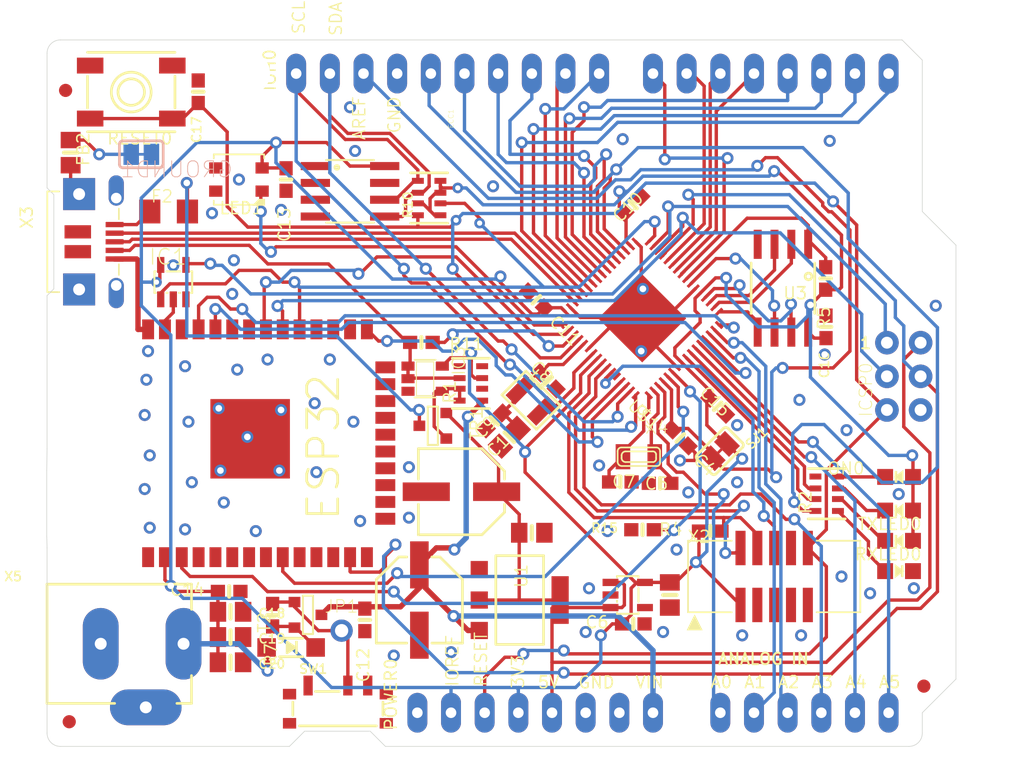
<source format=kicad_pcb>
(kicad_pcb (version 20211014) (generator pcbnew)
  (layers (0 "F.Cu" signal) (31 "B.Cu" signal) (34 "B.Paste" user) (35 "F.Paste" user) (36 "B.SilkS" user "B.Silkscreen") (37 "F.SilkS" user "F.Silkscreen") (38 "B.Mask" user) (39 "F.Mask" user) (44 "Edge.Cuts" user))
  (net 0 "")
  (net 1 "+5V")
  (net 2 "GND")
  (net 3 "AREF")
  (net 4 "VIN")
  (net 5 "SCK")
  (net 6 "PWRIN")
  (net 7 "D-")
  (net 8 "D+")
  (net 9 "MISO")
  (net 10 "MOSI")
  (net 11 "USBVCC")
  (net 12 "USHIELD")
  (net 13 "N$1")
  (net 14 "3.3V")
  (net 15 "PWR_SWITCH")
  (net 16 "VBUS")
  (net 17 "N$5")
  (net 18 "TXLED")
  (net 19 "N$7")
  (net 20 "N$3")
  (net 21 "N$2")
  (net 22 "N$15")
  (net 23 "D13")
  (net 24 "A5")
  (net 25 "A4")
  (net 26 "A3")
  (net 27 "A2")
  (net 28 "A1")
  (net 29 "D11")
  (net 30 "D12")
  (net 31 "A0")
  (net 32 "SCL")
  (net 33 "SDA")
  (net 34 "D9")
  (net 35 "D8")
  (net 36 "D7")
  (net 37 "D6")
  (net 38 "D5")
  (net 39 "D4")
  (net 40 "D1")
  (net 41 "D0")
  (net 42 "D10")
  (net 43 "~{RESET}")
  (net 44 "NEOPIX")
  (net 45 "RXLED")
  (net 46 "D3")
  (net 47 "D2")
  (net 48 "N$10")
  (net 49 "N$11")
  (net 50 "FLASH_CS")
  (net 51 "FLASH_SCK")
  (net 52 "FLASH_IO0")
  (net 53 "FLASH_IO1")
  (net 54 "VDDCORE")
  (net 55 "N$4")
  (net 56 "N$9")
  (net 57 "N$12")
  (net 58 "SWCLK")
  (net 59 "SWDIO")
  (net 60 "USB_HOSTEN")
  (net 61 "FLASH_IO3")
  (net 62 "FLASH_IO2")
  (net 63 "SWO")
  (net 64 "ESP_CS")
  (net 65 "ESP_RESET")
  (net 66 "ESP_GPIO0")
  (net 67 "ESP_BUSY")
  (net 68 "ESP_RXD")
  (net 69 "ESP_TXD")
  (net 70 "ESP_RTS")
  (net 71 "ESP_MISO")
  (footprint "boardEagle:SOT223-R" (layer "F.Cu") (at 149.8854 120.6246 -90)
    (fp_text reference "U1")
    (fp_text value "NCP1117ST50T3G")
  )
  (footprint "boardEagle:XTAL3215" (layer "F.Cu") (at 158.877 109.8042 180)
    (fp_text reference "X4")
    (fp_text value "32.768")
  )
  (footprint "" (layer "F.Cu") (at 129.4638 80.8736)
    (fp_text reference "@HOLE2" hide)
    (fp_text value "")
  )
  (footprint "boardEagle:0603-NO" (layer "F.Cu") (at 158.457 122.427035 180)
    (fp_text reference "C6")
    (fp_text value ".1u")
  )
  (footprint "boardEagle:FIDUCIAL_1MM" (layer "F.Cu") (at 115.8964 129.813)
    (fp_text reference "FD3" hide)
    (fp_text value "FIDUCIAL_1MM" hide)
  )
  (footprint "boardEagle:0603-NO" (layer "F.Cu") (at 132.2578 88.8746 -90)
    (fp_text reference "C13")
    (fp_text value "0.1uF")
  )
  (footprint "boardEagle:1X10_OVALWAVE" (layer "F.Cu") (at 144.4498 80.8736)
    (fp_text reference "IOH0")
    (fp_text value "20611" hide)
  )
  (footprint "boardEagle:SOD-123" (layer "F.Cu") (at 132.6388 124.206 180)
    (fp_text reference "D1" hide)
    (fp_text value "MBR120")
  )
  (footprint "" (layer "F.Cu") (at 180.2638 96.1136)
    (fp_text reference "@HOLE0" hide)
    (fp_text value "")
  )
  (footprint "boardEagle:LED3535" (layer "F.Cu") (at 128.7018 88.8746 180)
    (fp_text reference "LED1")
    (fp_text value "WS2812B3535")
  )
  (footprint "boardEagle:0603-NO" (layer "F.Cu") (at 164.2618 115.4176 180)
    (fp_text reference "R4")
    (fp_text value "1K")
  )
  (footprint "boardEagle:R1206" (layer "F.Cu") (at 123.3932 91.2876)
    (fp_text reference "F2")
    (fp_text value "FUSE")
  )
  (footprint "boardEagle:SOLDERJUMPER_CLOSEDWIRE" (layer "F.Cu") (at 164.9866 109.375485 -135)
    (fp_text reference "SJ1")
    (fp_text value "AREF_3V")
  )
  (footprint "boardEagle:2X05_1.27MM_BOX_POSTS" (layer "F.Cu") (at 169.0878 118.8466)
    (fp_text reference "X2")
    (fp_text value "2x5 0.05\" SWD")
  )
  (footprint "boardEagle:SPDT_SMT_SSSS811101" (layer "F.Cu") (at 136.1694 128.8288)
    (fp_text reference "SW1")
    (fp_text value "")
  )
  (footprint "boardEagle:1X08_OVALWAVE" (layer "F.Cu") (at 168.8338 80.8736)
    (fp_text reference "IOL0" hide)
    (fp_text value "20610" hide)
  )
  (footprint "boardEagle:METROM4_AIRLIFT_LITE_TOP" (layer "F.Cu") (at 114.2238 131.6736)
    (fp_text reference "U$39" hide)
    (fp_text value "" hide)
  )
  (footprint "boardEagle:SOT23-DBV" (layer "F.Cu") (at 158.0388 120.2436 -90)
    (fp_text reference "U2" hide)
    (fp_text value "AP2112K-3.3")
  )
  (footprint "boardEagle:0603-NO" (layer "F.Cu") (at 158.433406 90.771413 -135)
    (fp_text reference "C10")
    (fp_text value ".1u")
  )
  (footprint "boardEagle:CHIPLED_0805_NOOUTLINE" (layer "F.Cu") (at 178.5112 111.3282 90)
    (fp_text reference "ON0")
    (fp_text value "GREEN")
  )
  (footprint "boardEagle:0603-NO" (layer "F.Cu") (at 164.8206 105.992394 135)
    (fp_text reference "C15")
    (fp_text value ".1u")
  )
  (footprint "boardEagle:0805-NO" (layer "F.Cu") (at 116.0018 86.8426 -90)
    (fp_text reference "FB2")
    (fp_text value "FERRITE")
  )
  (footprint "boardEagle:CHIPLED_0805_NOOUTLINE" (layer "F.Cu") (at 178.5112 116.1542 90)
    (fp_text reference "RXLED0")
    (fp_text value "YELLOW")
  )
  (footprint "boardEagle:0805-NO" (layer "F.Cu") (at 149.101609 108.331 -135)
    (fp_text reference "C1")
    (fp_text value "10uF")
  )
  (footprint "boardEagle:SOT-23" (layer "F.Cu") (at 143.3322 107.442 -90)
    (fp_text reference "TR1")
    (fp_text value "DMP3098L-7")
  )
  (footprint "boardEagle:1X01_ROUND" (layer "F.Cu") (at 136.4488 122.936)
    (fp_text reference "JP1")
    (fp_text value "")
  )
  (footprint "boardEagle:0603-NO" (layer "F.Cu") (at 172.974 96.3422 -90)
    (fp_text reference "R5")
    (fp_text value "10K")
  )
  (footprint "boardEagle:0805-NO" (layer "F.Cu") (at 161.2138 120.2436 90)
    (fp_text reference "C3" hide)
    (fp_text value "10uF")
  )
  (footprint "boardEagle:1X08_OVALWAVE" (layer "F.Cu") (at 151.0538 129.1336)
    (fp_text reference "POWER0")
    (fp_text value "20610" hide)
  )
  (footprint "boardEagle:0603-NO" (layer "F.Cu") (at 131.2418 121.7676 -90)
    (fp_text reference "R7")
    (fp_text value "10K")
  )
  (footprint "boardEagle:0603-NO" (layer "F.Cu") (at 157.48 111.7092)
    (fp_text reference "C5")
    (fp_text value "22pF")
  )
  (footprint "boardEagle:SOT23-5L" (layer "F.Cu") (at 123.7488 96.6216)
    (fp_text reference "IC1")
    (fp_text value "74AHC1G125")
  )
  (footprint "boardEagle:0603-NO" (layer "F.Cu") (at 152.038018 104.081013 135)
    (fp_text reference "C8")
    (fp_text value ".1u")
  )
  (footprint "boardEagle:0805-NO" (layer "F.Cu") (at 128.0668 121.5136)
    (fp_text reference "C18")
    (fp_text value "10uF")
  )
  (footprint "" (layer "F.Cu") (at 128.1938 129.1336)
    (fp_text reference "@HOLE3" hide)
    (fp_text value "")
  )
  (footprint "boardEagle:0603-NO" (layer "F.Cu") (at 151.141796 97.954197 -45)
    (fp_text reference "C11")
    (fp_text value ".1u")
  )
  (footprint "boardEagle:RESPACK_4X0603" (layer "F.Cu") (at 143.0528 90.2716 90)
    (fp_text reference "R10")
    (fp_text value "10K")
  )
  (footprint "boardEagle:FIDUCIAL_1MM" (layer "F.Cu") (at 180.3828 127.1246)
    (fp_text reference "FD2" hide)
    (fp_text value "FIDUCIAL_1MM" hide)
  )
  (footprint "boardEagle:1X06_OVALWAVE" (layer "F.Cu") (at 171.3738 129.1336)
    (fp_text reference "AD0" hide)
    (fp_text value "20609" hide)
  )
  (footprint "boardEagle:0603-NO" (layer "F.Cu") (at 172.9994 99.9998 -90)
    (fp_text reference "C16")
    (fp_text value ".1u")
  )
  (footprint "boardEagle:4UCONN_20329_V2" (layer "F.Cu") (at 118.5418 93.5736 -90)
    (fp_text reference "X3")
    (fp_text value "20329")
  )
  (footprint "boardEagle:0603-NO" (layer "F.Cu") (at 159.1564 115.316 180)
    (fp_text reference "R15")
    (fp_text value "10K")
  )
  (footprint "boardEagle:RESPACK_4X0603" (layer "F.Cu") (at 146.2024 104.267 90)
    (fp_text reference "R1")
    (fp_text value "100K")
  )
  (footprint "boardEagle:RESPACK_4X0603" (layer "F.Cu") (at 173.0502 112.5982 90)
    (fp_text reference "R2")
    (fp_text value "1K")
  )
  (footprint "boardEagle:DCJACK_2MM_PTH" (layer "F.Cu") (at 110.9218 123.9266)
    (fp_text reference "X5")
    (fp_text value "2.1mm")
  )
  (footprint "boardEagle:WROOM32" (layer "F.Cu") (at 126.8476 108.7882 90)
    (fp_text reference "X6" hide)
    (fp_text value "ESP32_WROOM32" hide)
  )
  (footprint "boardEagle:0805-NO" (layer "F.Cu") (at 128.0668 123.4186)
    (fp_text reference "C19")
    (fp_text value "10uF")
  )
  (footprint "boardEagle:0603-NO" (layer "F.Cu") (at 160.4772 111.8108 180)
    (fp_text reference "C7")
    (fp_text value "22pF")
  )
  (footprint "boardEagle:CHIPLED_0805_NOOUTLINE" (layer "F.Cu") (at 178.5112 113.8682 90)
    (fp_text reference "TXLED0")
    (fp_text value "YELLOW")
  )
  (footprint "boardEagle:PQFN64-1" (layer "F.Cu") (at 159.129196 99.359388 135)
    (fp_text reference "U$1")
    (fp_text value "ATSAMD51J19")
  )
  (footprint "boardEagle:0603-NO" (layer "F.Cu") (at 138.2014 122.1232 -90)
    (fp_text reference "C12")
    (fp_text value "0.1uF")
  )
  (footprint "boardEagle:0805-NO" (layer "F.Cu") (at 150.7998 115.5446 180)
    (fp_text reference "C2" hide)
    (fp_text value "0.1uF")
  )
  (footprint "boardEagle:SOIC8_208MIL" (layer "F.Cu") (at 169.7482 97.0788 180)
    (fp_text reference "U3")
    (fp_text value "GD25Q16")
  )
  (footprint "boardEagle:0603-NO" (layer "F.Cu") (at 162.0012 108.3818 -45)
    (fp_text reference "C4")
    (fp_text value ".1u")
  )
  (footprint "boardEagle:0603-NO" (layer "F.Cu") (at 142.4686 101.1682)
    (fp_text reference "R11")
    (fp_text value "330R")
  )
  (footprint "boardEagle:0603-NO" (layer "F.Cu") (at 127.963396 119.973232 180)
    (fp_text reference "C14")
    (fp_text value ".1u")
  )
  (footprint "boardEagle:EVQ-Q2_SMALLER" (layer "F.Cu") (at 120.5738 82.2706 180)
    (fp_text reference "RESET0")
    (fp_text value "EVQQ 6mm")
  )
  (footprint "boardEagle:CHIPLED_0805_NOOUTLINE" (layer "F.Cu") (at 178.5112 118.4402 -90)
    (fp_text reference "L0" hide)
    (fp_text value "RED")
  )
  (footprint "boardEagle:0805-NO" (layer "F.Cu") (at 128.0668 125.3236)
    (fp_text reference "C20")
    (fp_text value "10uF")
  )
  (footprint "boardEagle:PANASONIC_D" (layer "F.Cu") (at 145.4912 112.4458)
    (fp_text reference "PC2" hide)
    (fp_text value "47uF+/6.3V+")
  )
  (footprint "boardEagle:2X03_ROUND_70MIL" (layer "F.Cu") (at 178.8668 103.7336 -90)
    (fp_text reference "ICSP0")
    (fp_text value "3x2 M")
  )
  (footprint "boardEagle:SOT23-5" (layer "F.Cu") (at 142.748 103.9114 -90)
    (fp_text reference "IC3")
    (fp_text value "74LVC1G125D")
  )
  (footprint "boardEagle:0603-NO" (layer "F.Cu") (at 147.970409 107.100004 -135)
    (fp_text reference "C9")
    (fp_text value "1uF")
  )
  (footprint "boardEagle:0603-NO" (layer "F.Cu") (at 125.6284 82.2452 -90)
    (fp_text reference "C17")
    (fp_text value "0.1uF")
  )
  (footprint "boardEagle:SOT-23" (layer "F.Cu") (at 133.9088 121.7676 90)
    (fp_text reference "T2")
    (fp_text value "DMP3098L-7")
  )
  (footprint "boardEagle:FIDUCIAL_1MM" (layer "F.Cu") (at 115.6208 82.1436)
    (fp_text reference "FD1" hide)
    (fp_text value "FIDUCIAL_1MM" hide)
  )
  (footprint "boardEagle:PANASONIC_D" (layer "F.Cu") (at 142.3162 120.6246 90)
    (fp_text reference "PC1" hide)
    (fp_text value "47uF/25V")
  )
  (footprint "boardEagle:INDUCTOR_1007" (layer "F.Cu") (at 150.750803 105.535197 -45)
    (fp_text reference "L1")
    (fp_text value "10uH")
  )
  (footprint "boardEagle:SOIC8" (layer "F.Cu") (at 137.0838 89.7636 -90)
    (fp_text reference "ECC1")
    (fp_text value "ATECC108")
  )
  (footprint "" (layer "F.Cu") (at 180.2638 124.0536)
    (fp_text reference "@HOLE1" hide)
    (fp_text value "")
  )
  (footprint "boardEagle:METROM4_AIRLIFT_LITE_BOT" (layer "B.Cu") (at 182.8038 131.6736 180)
    (fp_text reference "U$27" hide)
    (fp_text value "" hide)
  )
  (footprint "boardEagle:SOLDERJUMPER_CLOSEDWIRE" (layer "B.Cu") (at 121.3358 86.9696)
    (fp_text reference "GROUND1")
    (fp_text value "")
  )
  (gr_line (start 114.2238 116.6876) (end 114.1984 115.7986) (layer "Edge.Cuts") (width 0.05))
  (gr_arc (start 114.2238 79.3336) (mid 114.516693 78.626493) (end 115.2238 78.3336) (layer "Edge.Cuts") (width 0.05))
  (gr_line (start 138.6078 130.5306) (end 133.6548 130.5306) (layer "Edge.Cuts") (width 0.05))
  (gr_line (start 114.7318 97.1296) (end 114.7318 90.0176) (layer "Edge.Cuts") (width 0.05))
  (gr_line (start 114.1984 110.8456) (end 114.2238 109.1946) (layer "Edge.Cuts") (width 0.05))
  (gr_line (start 180.2638 79.8576) (end 180.2638 91.2876) (layer "Edge.Cuts") (width 0.05))
  (gr_line (start 114.2238 89.5096) (end 114.2238 79.3336) (layer "Edge.Cuts") (width 0.05))
  (gr_line (start 180.2638 129.1336) (end 180.2638 130.6736) (layer "Edge.Cuts") (width 0.05))
  (gr_line (start 114.7318 90.0176) (end 114.2238 89.5096) (layer "Edge.Cuts") (width 0.05))
  (gr_arc (start 180.2638 130.6736) (mid 179.970907 131.380707) (end 179.2638 131.6736) (layer "Edge.Cuts") (width 0.05))
  (gr_line (start 179.2638 131.6736) (end 139.7508 131.6736) (layer "Edge.Cuts") (width 0.05))
  (gr_line (start 178.7398 78.3336) (end 180.2638 79.8576) (layer "Edge.Cuts") (width 0.05))
  (gr_arc (start 115.2238 131.6736) (mid 114.516693 131.380707) (end 114.2238 130.6736) (layer "Edge.Cuts") (width 0.05))
  (gr_line (start 133.6548 130.5306) (end 132.5118 131.6736) (layer "Edge.Cuts") (width 0.05))
  (gr_line (start 115.2238 78.3336) (end 178.7398 78.3336) (layer "Edge.Cuts") (width 0.05))
  (gr_line (start 114.2238 130.6736) (end 114.2238 116.6876) (layer "Edge.Cuts") (width 0.05))
  (gr_line (start 182.8038 93.8276) (end 182.8038 126.5936) (layer "Edge.Cuts") (width 0.05))
  (gr_line (start 132.5118 131.6736) (end 115.2238 131.6736) (layer "Edge.Cuts") (width 0.05))
  (gr_line (start 182.8038 126.5936) (end 180.2638 129.1336) (layer "Edge.Cuts") (width 0.05))
  (gr_line (start 114.2238 97.6376) (end 114.7318 97.1296) (layer "Edge.Cuts") (width 0.05))
  (gr_line (start 180.2638 91.2876) (end 182.8038 93.8276) (layer "Edge.Cuts") (width 0.05))
  (gr_line (start 114.1984 115.7986) (end 114.1984 110.8456) (layer "Edge.Cuts") (width 0.05))
  (gr_line (start 139.7508 131.6736) (end 138.6078 130.5306) (layer "Edge.Cuts") (width 0.05))
  (gr_line (start 114.2238 109.1946) (end 114.2238 97.6376) (layer "Edge.Cuts") (width 0.05))
  (gr_text "A0" (at 164.2124 127.3434) (layer "F.SilkS") (effects (font (size 0.89408 0.89408) (thickness 0.12192)) (justify left bottom)))
  (gr_text "A5" (at 176.9124 127.3434) (layer "F.SilkS") (effects (font (size 0.89408 0.89408) (thickness 0.12192)) (justify left bottom)))
  (gr_text "SCL" (at 133.752 77.9658 90) (layer "F.SilkS") (effects (font (size 0.9144 0.9144) (thickness 0.1016)) (justify left bottom)))
  (gr_text "GND" (at 154.2372 127.3688) (layer "F.SilkS") (effects (font (size 0.89408 0.89408) (thickness 0.12192)) (justify left bottom)))
  (gr_text "VIN" (at 158.5468 127.3556) (layer "F.SilkS") (effects (font (size 0.89408 0.89408) (thickness 0.12192)) (justify left bottom)))
  (gr_text "RESET" (at 147.4978 127.2286 90) (layer "F.SilkS") (effects (font (size 0.9144 0.9144) (thickness 0.1016)) (justify left bottom)))
  (gr_text "3V3" (at 150.2918 127.3556 90) (layer "F.SilkS") (effects (font (size 0.9144 0.9144) (thickness 0.1016)) (justify left bottom)))
  (gr_text "1" (at 175.4702 101.7292) (layer "F.SilkS") (effects (font (size 0.8636 0.8636) (thickness 0.1524)) (justify left bottom)))
  (gr_text "A3" (at 171.8324 127.3434) (layer "F.SilkS") (effects (font (size 0.89408 0.89408) (thickness 0.12192)) (justify left bottom)))
  (gr_text "GND" (at 139.8968 82.5368 90) (layer "F.SilkS") (effects (font (size 0.9144 0.9144) (thickness 0.1016)) (justify right top)))
  (gr_text "AREF" (at 137.2406 82.5114 90) (layer "F.SilkS") (effects (font (size 0.9144 0.9144) (thickness 0.1016)) (justify right top)))
  (gr_text "A1" (at 166.7524 127.3434) (layer "F.SilkS") (effects (font (size 0.89408 0.89408) (thickness 0.12192)) (justify left bottom)))
  (gr_text "ANALOG IN" (at 164.7698 125.5776) (layer "F.SilkS") (effects (font (size 0.8636 0.8636) (thickness 0.1524)) (justify left bottom)))
  (gr_text "A2" (at 169.2924 127.3434) (layer "F.SilkS") (effects (font (size 0.89408 0.89408) (thickness 0.12192)) (justify left bottom)))
  (gr_text "5V" (at 151.1808 127.3556) (layer "F.SilkS") (effects (font (size 0.89408 0.89408) (thickness 0.12192)) (justify left bottom)))
  (gr_text "ESP32" (at 136.4488 114.7826 90) (layer "F.SilkS") (effects (font (size 2.3368 2.3368) (thickness 0.2032)) (justify left bottom)))
  (gr_text "A4" (at 174.3724 127.3434) (layer "F.SilkS") (effects (font (size 0.89408 0.89408) (thickness 0.12192)) (justify left bottom)))
  (gr_text "IOREF" (at 145.3388 127.2286 90) (layer "F.SilkS") (effects (font (size 0.9144 0.9144) (thickness 0.1016)) (justify left bottom)))
  (gr_text "SDA" (at 136.546 78.0928 90) (layer "F.SilkS") (effects (font (size 0.9144 0.9144) (thickness 0.1016)) (justify left bottom)))
  (segment (start 156.7388 121.1936) (end 157.5968 121.1936) (width 0.254) (layer "F.Cu") (net 1))
  (segment (start 180.8353 109.5121) (end 180.8353 119.6721) (width 0.254) (layer "F.Cu") (net 1))
  (segment (start 148.2914 110.4454) (end 144.3482 106.5022) (width 0.254) (layer "F.Cu") (net 1))
  (segment (start 157.7848 119.4816) (end 157.5968 119.2936) (width 0.254) (layer "F.Cu") (net 1))
  (segment (start 149.7838 120.6246) (end 152.9354 120.6246) (width 0.254) (layer "F.Cu") (net 1))
  (segment (start 156.7388 121.1936) (end 153.5328 121.1936) (width 0.254) (layer "F.Cu") (net 1))
  (segment (start 157.7848 121.0056) (end 157.7848 119.4816) (width 0.254) (layer "F.Cu") (net 1))
  (segment (start 179.8828 120.6246) (end 177.7238 120.6246) (width 0.254) (layer "F.Cu") (net 1))
  (segment (start 177.7238 120.6246) (end 173.0248 125.3236) (width 0.254) (layer "F.Cu") (net 1))
  (segment (start 178.8668 107.5436) (end 180.8353 109.5121) (width 0.254) (layer "F.Cu") (net 1))
  (segment (start 152.3238 121.2362) (end 152.9354 120.6246) (width 0.254) (layer "F.Cu") (net 1))
  (segment (start 148.2914 110.4454) (end 148.2914 112.592) (width 0.254) (layer "F.Cu") (net 1))
  (segment (start 148.2914 112.592) (end 149.8498 114.1504) (width 0.254) (layer "F.Cu") (net 1))
  (segment (start 180.8353 119.6721) (end 179.8828 120.6246) (width 0.254) (layer "F.Cu") (net 1))
  (segment (start 178.8668 102.4636) (end 178.8668 107.5436) (width 0.254) (layer "F.Cu") (net 1))
  (segment (start 180.1368 101.1936) (end 178.8668 102.4636) (width 0.254) (layer "F.Cu") (net 1))
  (segment (start 149.8498 120.5586) (end 149.7838 120.6246) (width 0.254) (layer "F.Cu") (net 1))
  (segment (start 157.5968 119.2936) (end 156.7388 119.2936) (width 0.254) (layer "F.Cu") (net 1))
  (segment (start 157.5968 121.1936) (end 157.7848 121.0056) (width 0.254) (layer "F.Cu") (net 1))
  (segment (start 146.8354 120.6246) (end 149.7838 120.6246) (width 0.254) (layer "F.Cu") (net 1))
  (segment (start 149.8498 115.5446) (end 149.8498 120.5586) (width 0.254) (layer "F.Cu") (net 1))
  (segment (start 153.5328 121.1936) (end 152.9638 120.6246) (width 0.254) (layer "F.Cu") (net 1))
  (segment (start 152.9638 120.6246) (end 152.9354 120.6246) (width 0.254) (layer "F.Cu") (net 1))
  (segment (start 173.0248 125.3236) (end 152.3238 125.3236) (width 0.254) (layer "F.Cu") (net 1))
  (segment (start 152.3238 125.3236) (end 152.3238 121.2362) (width 0.254) (layer "F.Cu") (net 1))
  (segment (start 149.8498 114.1504) (end 149.8498 115.5446) (width 0.254) (layer "F.Cu") (net 1))
  (segment (start 148.1452 112.4458) (end 148.2914 112.592) (width 0.254) (layer "F.Cu") (net 1))
  (segment (start 152.3238 129.1336) (end 152.3238 125.3236) (width 0.254) (layer "F.Cu") (net 1))
  (segment (start 154.462212 99.2886) (end 158.5468 99.2886) (width 0.254) (layer "F.Cu") (net 2))
  (segment (start 159.129196 97.182204) (end 159.1818 97.1296) (width 0.254) (layer "F.Cu") (net 2))
  (segment (start 157.178218 99.5426) (end 158.8008 99.5426) (width 0.254) (layer "F.Cu") (net 2))
  (segment (start 159.0548 99.1616) (end 159.0548 93.981691) (width 0.254) (layer "F.Cu") (net 2))
  (segment (start 155.098687 101.622132) (end 157.178218 99.5426) (width 0.254) (layer "F.Cu") (net 2))
  (segment (start 163.1188 109.499404) (end 163.1188 110.0836) (width 0.254) (layer "F.Cu") (net 2))
  (segment (start 161.74549 103.036344) (end 159.129196 100.42005) (width 0.254) (layer "F.Cu") (net 2))
  (segment (start 159.0548 93.981691) (end 158.634221 93.561113) (width 0.254) (layer "F.Cu") (net 2))
  (segment (start 121.0856 94.9744) (end 121.0856 100.1882) (width 0.4064) (layer "F.Cu") (net 2))
  (segment (start 121.0856 100.1882) (end 121.8476 100.1882) (width 0.4064) (layer "F.Cu") (net 2))
  (segment (start 159.129196 99.235997) (end 159.0548 99.1616) (width 0.254) (layer "F.Cu") (net 2))
  (segment (start 158.5468 99.2886) (end 158.8008 99.5426) (width 0.254) (layer "F.Cu") (net 2))
  (segment (start 158.8008 99.5426) (end 159.129196 99.5426) (width 0.254) (layer "F.Cu") (net 2))
  (segment (start 163.159703 97.096647) (end 160.896962 99.359388) (width 0.254) (layer "F.Cu") (net 2))
  (segment (start 160.896962 99.359388) (end 159.129196 99.359388) (width 0.254) (layer "F.Cu") (net 2))
  (segment (start 159.129196 99.359388) (end 159.129196 97.182204) (width 0.254) (layer "F.Cu") (net 2))
  (segment (start 121.0856 94.9744) (end 120.9848 94.8736) (width 0.4064) (layer "F.Cu") (net 2))
  (segment (start 120.9848 94.8736) (end 119.3168 94.8736) (width 0.4064) (layer "F.Cu") (net 2))
  (segment (start 153.684471 98.51086) (end 154.462212 99.2886) (width 0.254) (layer "F.Cu") (net 2))
  (segment (start 159.129196 99.5426) (end 159.129196 99.359388) (width 0.254) (layer "F.Cu") (net 2))
  (segment (start 162.60224 108.982844) (end 163.1188 109.499404) (width 0.254) (layer "F.Cu") (net 2))
  (segment (start 159.129196 100.42005) (end 159.129196 99.5426) (width 0.254) (layer "F.Cu") (net 2))
  (segment (start 163.1188 110.0836) (end 161.9758 110.0836) (width 0.254) (layer "F.Cu") (net 2))
  (segment (start 159.129196 99.359388) (end 159.129196 99.235997) (width 0.254) (layer "F.Cu") (net 2))
  (via (at 141.5288 114.4016) (size 0.9064) (drill 0.5) (layers "F.Cu" "B.Cu") (net 2))
  (via (at 171.1198 123.2916) (size 0.9064) (drill 0.5) (layers "F.Cu" "B.Cu") (net 2))
  (via (at 128.5748 103.2256) (size 0.9064) (drill 0.5) (layers "F.Cu" "B.Cu") (net 2))
  (via (at 131.8768 106.2736) (size 0.9064) (drill 0.5) (layers "F.Cu" "B.Cu") (net 2))
  (via (at 121.9708 115.1636) (size 0.9064) (drill 0.5) (layers "F.Cu" "B.Cu") (net 2))
  (via (at 121.8438 101.8286) (size 0.9064) (drill 0.5) (layers "F.Cu" "B.Cu") (net 2))
  (via (at 155.8798 110.4646) (size 0.9064) (drill 0.5) (layers "F.Cu" "B.Cu") (net 2))
  (via (at 129.3368 108.3056) (size 0.9064) (drill 0.5) (layers "F.Cu" "B.Cu") (net 2))
  (via (at 129.9718 115.4176) (size 0.9064) (drill 0.5) (layers "F.Cu" "B.Cu") (net 2))
  (via (at 176.3268 120.1166) (size 0.9064) (drill 0.5) (layers "F.Cu" "B.Cu") (net 2))
  (via (at 155.1178 119.7356) (size 0.9064) (drill 0.5) (layers "F.Cu" "B.Cu") (net 2))
  (via (at 160.7058 123.0376) (size 0.9064) (drill 0.5) (layers "F.Cu" "B.Cu") (net 2))
  (via (at 123.7488 95.3516) (size 0.9064) (drill 0.5) (layers "F.Cu" "B.Cu") (net 2))
  (via (at 137.0838 83.4136) (size 0.9064) (drill 0.5) (layers "F.Cu" "B.Cu") (net 2))
  (via (at 131.7498 110.8456) (size 0.9064) (drill 0.5) (layers "F.Cu" "B.Cu") (net 2))
  (via (at 161.7218 116.8146) (size 0.9064) (drill 0.5) (layers "F.Cu" "B.Cu") (net 2))
  (via (at 174.5488 107.7976) (size 0.9064) (drill 0.5) (layers "F.Cu" "B.Cu") (net 2))
  (via (at 121.5898 112.2426) (size 0.9064) (drill 0.5) (layers "F.Cu" "B.Cu") (net 2))
  (via (at 126.6698 91.4146) (size 0.9064) (drill 0.5) (layers "F.Cu" "B.Cu") (net 2))
  (via (at 127.1778 106.1466) (size 0.9064) (drill 0.5) (layers "F.Cu" "B.Cu") (net 2))
  (via (at 134.4168 105.7656) (size 0.9064) (drill 0.5) (layers "F.Cu" "B.Cu") (net 2))
  (via (at 128.1938 97.5106) (size 0.9064) (drill 0.5) (layers "F.Cu" "B.Cu") (net 2))
  (via (at 125.1458 111.7346) (size 0.9064) (drill 0.5) (layers "F.Cu" "B.Cu") (net 2))
  (via (at 137.4648 86.7156) (size 0.9064) (drill 0.5) (layers "F.Cu" "B.Cu") (net 2))
  (via (at 134.5438 110.9726) (size 0.9064) (drill 0.5) (layers "F.Cu" "B.Cu") (net 2))
  (via (at 166.2938 107.4166) (size 0.9064) (drill 0.5) (layers "F.Cu" "B.Cu") (net 2))
  (via (at 137.3378 107.1626) (size 0.9064) (drill 0.5) (layers "F.Cu" "B.Cu") (net 2))
  (via (at 127.3048 110.8456) (size 0.9064) (drill 0.5) (layers "F.Cu" "B.Cu") (net 2))
  (via (at 140.3858 124.8156) (size 0.9064) (drill 0.5) (layers "F.Cu" "B.Cu") (net 2))
  (via (at 121.5898 106.6546) (size 0.9064) (drill 0.5) (layers "F.Cu" "B.Cu") (net 2))
  (via (at 159.0548 101.8286) (size 0.9064) (drill 0.5) (layers "F.Cu" "B.Cu") (net 2))
  (via (at 124.8918 107.1626) (size 0.9064) (drill 0.5) (layers "F.Cu" "B.Cu") (net 2))
  (via (at 174.1678 118.8466) (size 0.9064) (drill 0.5) (layers "F.Cu" "B.Cu") (net 2))
  (via (at 121.9708 109.7026) (size 0.9064) (drill 0.5) (layers "F.Cu" "B.Cu") (net 2))
  (via (at 127.5588 113.2586) (size 0.9064) (drill 0.5) (layers "F.Cu" "B.Cu") (net 2))
  (via (at 173.2788 85.9536) (size 0.9064) (drill 0.5) (layers "F.Cu" "B.Cu") (net 2))
  (via (at 124.6378 115.2906) (size 0.9064) (drill 0.5) (layers "F.Cu" "B.Cu") (net 2))
  (via (at 135.5598 102.4636) (size 0.9064) (drill 0.5) (layers "F.Cu" "B.Cu") (net 2))
  (via (at 137.8458 114.6556) (size 0.9064) (drill 0.5) (layers "F.Cu" "B.Cu") (net 2))
  (via (at 178.4858 112.6236) (size 0.9064) (drill 0.5) (layers "F.Cu" "B.Cu") (net 2))
  (via (at 170.9928 105.5116) (size 0.9064) (drill 0.5) (layers "F.Cu" "B.Cu") (net 2))
  (via (at 121.7168 103.9876) (size 0.9064) (drill 0.5) (layers "F.Cu" "B.Cu") (net 2))
  (via (at 179.6288 119.7356) (size 0.9064) (drill 0.5) (layers "F.Cu" "B.Cu") (net 2))
  (via (at 128.3208 94.9706) (size 0.9064) (drill 0.5) (layers "F.Cu" "B.Cu") (net 2))
  (via (at 141.5288 110.5916) (size 0.9064) (drill 0.5) (layers "F.Cu" "B.Cu") (net 2))
  (via (at 159.1818 97.1296) (size 0.9064) (drill 0.5) (layers "F.Cu" "B.Cu") (net 2))
  (via (at 147.8788 89.3826) (size 0.9064) (drill 0.5) (layers "F.Cu" "B.Cu") (net 2))
  (via (at 172.8978 102.0826) (size 0.9064) (drill 0.5) (layers "F.Cu" "B.Cu") (net 2))
  (via (at 130.8608 102.4636) (size 0.9064) (drill 0.5) (layers "F.Cu" "B.Cu") (net 2))
  (via (at 166.6748 123.2916) (size 0.9064) (drill 0.5) (layers "F.Cu" "B.Cu") (net 2))
  (via (at 131.8768 91.1606) (size 0.9064) (drill 0.5) (layers "F.Cu" "B.Cu") (net 2))
  (via (at 144.7038 124.5616) (size 0.9064) (drill 0.5) (layers "F.Cu" "B.Cu") (net 2))
  (via (at 156.5148 115.4176) (size 0.9064) (drill 0.5) (layers "F.Cu" "B.Cu") (net 2))
  (via (at 162.6108 112.4966) (size 0.9064) (drill 0.5) (layers "F.Cu" "B.Cu") (net 2))
  (via (at 166.2938 111.7346) (size 0.9064) (drill 0.5) (layers "F.Cu" "B.Cu") (net 2))
  (via (at 161.9758 110.0836) (size 0.9064) (drill 0.5) (layers "F.Cu" "B.Cu") (net 2))
  (via (at 157.6578 85.8266) (size 0.9064) (drill 0.5) (layers "F.Cu" "B.Cu") (net 2))
  (via (at 181.2798 98.3996) (size 0.9064) (drill 0.5) (layers "F.Cu" "B.Cu") (net 2))
  (via (at 128.7018 88.8746) (size 0.9064) (drill 0.5) (layers "F.Cu" "B.Cu") (net 2))
  (via (at 154.8638 123.0376) (size 0.9064) (drill 0.5) (layers "F.Cu" "B.Cu") (net 2))
  (via (at 124.6378 102.9716) (size 0.9064) (drill 0.5) (layers "F.Cu" "B.Cu") (net 2))
  (segment (start 162.585084 107.6706) (end 161.510315 107.6706) (width 0.254) (layer "F.Cu") (net 3))
  (segment (start 173.2083 91.309) (end 172.7494 90.8501) (width 0.254) (layer "F.Cu") (net 3))
  (segment (start 161.3408 104.752972) (end 161.3408 107.1626) (width 0.254) (layer "F.Cu") (net 3))
  (segment (start 173.5328 103.0986) (end 169.7228 103.0986) (width 0.254) (layer "F.Cu") (net 3))
  (segment (start 172.7494 90.8501) (end 172.7494 90.6312) (width 0.254) (layer "F.Cu") (net 3))
  (segment (start 161.400156 107.78076) (end 161.510315 107.6706) (width 0.254) (layer "F.Cu") (net 3))
  (segment (start 161.3408 104.752972) (end 160.684831 104.097004) (width 0.254) (layer "F.Cu") (net 3))
  (segment (start 174.8028 101.8286) (end 174.8028 92.6846) (width 0.254) (layer "F.Cu") (net 3))
  (segment (start 169.2362 111.3536) (end 168.6226 110.74) (width 0.254) (layer "F.Cu") (net 3))
  (segment (start 168.6226 110.74) (end 165.273484 110.74) (width 0.254) (layer "F.Cu") (net 3))
  (segment (start 174.8028 101.8286) (end 173.5328 103.0986) (width 0.254) (layer "F.Cu") (net 3))
  (segment (start 164.447784 109.5333) (end 162.585084 107.6706) (width 0.254) (layer "F.Cu") (net 3))
  (segment (start 169.3418 87.2236) (end 168.4314 87.2236) (width 0.254) (layer "F.Cu") (net 3))
  (segment (start 174.8028 92.6846) (end 173.4272 91.309) (width 0.254) (layer "F.Cu") (net 3))
  (segment (start 164.447784 109.9143) (end 164.447784 109.5333) (width 0.254) (layer "F.Cu") (net 3))
  (segment (start 161.400156 107.78076) (end 161.0614 107.442) (width 0.254) (layer "F.Cu") (net 3))
  (segment (start 172.7494 90.6312) (end 169.3418 87.2236) (width 0.254) (layer "F.Cu") (net 3))
  (segment (start 173.4272 91.309) (end 173.2083 91.309) (width 0.254) (layer "F.Cu") (net 3))
  (segment (start 168.4314 87.2236) (end 167.8178 87.8372) (width 0.254) (layer "F.Cu") (net 3))
  (segment (start 164.447784 109.9143) (end 165.273484 110.74) (width 0.254) (layer "F.Cu") (net 3))
  (segment (start 161.3408 107.1626) (end 161.0614 107.442) (width 0.254) (layer "F.Cu") (net 3))
  (via (at 169.7228 103.0986) (size 0.9064) (drill 0.5) (layers "F.Cu" "B.Cu") (net 3))
  (via (at 169.2362 111.3536) (size 0.9064) (drill 0.5) (layers "F.Cu" "B.Cu") (net 3))
  (via (at 167.8178 87.8372) (size 0.9064) (drill 0.5) (layers "F.Cu" "B.Cu") (net 3))
  (segment (start 167.521 88.134) (end 159.019706 88.134) (width 0.254) (layer "B.Cu") (net 3))
  (segment (start 155.709587 90.297) (end 157.110587 88.896) (width 0.254) (layer "B.Cu") (net 3))
  (segment (start 169.228618 103.0986) (end 168.91 103.417219) (width 0.254) (layer "B.Cu") (net 3))
  (segment (start 147.5232 90.297) (end 155.709587 90.297) (width 0.254) (layer "B.Cu") (net 3))
  (segment (start 157.110587 88.896) (end 158.257706 88.896) (width 0.254) (layer "B.Cu") (net 3))
  (segment (start 169.2362 111.3536) (end 168.91 111.0274) (width 0.254) (layer "B.Cu") (net 3))
  (segment (start 169.7228 103.0986) (end 169.228618 103.0986) (width 0.254) (layer "B.Cu") (net 3))
  (segment (start 167.8178 87.8372) (end 167.521 88.134) (width 0.254) (layer "B.Cu") (net 3))
  (segment (start 168.91 111.0274) (end 168.91 103.417219) (width 0.254) (layer "B.Cu") (net 3))
  (segment (start 138.0998 80.8736) (end 147.5232 90.297) (width 0.254) (layer "B.Cu") (net 3))
  (segment (start 159.019706 88.134) (end 158.257706 88.896) (width 0.254) (layer "B.Cu") (net 3))
  (segment (start 142.3162 117.9706) (end 143.5992 116.6876) (width 0.4064) (layer "F.Cu") (net 4))
  (segment (start 138.3538 121.1326) (end 140.8938 121.1326) (width 0.4064) (layer "F.Cu") (net 4))
  (segment (start 142.3162 119.253) (end 142.3162 117.9706) (width 0.4064) (layer "F.Cu") (net 4))
  (segment (start 145.9878 122.9246) (end 144.8943 121.8311) (width 0.4064) (layer "F.Cu") (net 4))
  (segment (start 142.3162 119.7102) (end 140.8938 121.1326) (width 0.4064) (layer "F.Cu") (net 4))
  (segment (start 144.8943 121.8311) (end 142.3162 119.253) (width 0.4064) (layer "F.Cu") (net 4))
  (segment (start 135.5344 121.1326) (end 138.3538 121.1326) (width 0.4064) (layer "F.Cu") (net 4))
  (segment (start 138.2014 121.2732) (end 138.2132 121.2732) (width 0.3048) (layer "F.Cu") (net 4))
  (segment (start 138.2132 121.2732) (end 138.3538 121.1326) (width 0.4064) (layer "F.Cu") (net 4))
  (segment (start 146.8354 122.9246) (end 145.9878 122.9246) (width 0.4064) (layer "F.Cu") (net 4))
  (segment (start 147.0524 105.567) (end 147.0524 105.703) (width 0.4064) (layer "F.Cu") (net 4))
  (segment (start 134.9248 121.7422) (end 135.5344 121.1326) (width 0.4064) (layer "F.Cu") (net 4))
  (segment (start 144.8308 116.6876) (end 144.9578 116.8146) (width 0.4064) (layer "F.Cu") (net 4))
  (segment (start 145.9738 106.7816) (end 147.0524 105.703) (width 0.4064) (layer "F.Cu") (net 4))
  (segment (start 142.3162 119.7102) (end 142.3162 119.253) (width 0.4064) (layer "F.Cu") (net 4))
  (segment (start 143.5992 116.6876) (end 144.8308 116.6876) (width 0.4064) (layer "F.Cu") (net 4))
  (via (at 144.8943 121.8311) (size 0.9064) (drill 0.5) (layers "F.Cu" "B.Cu") (net 4))
  (via (at 144.9578 116.8146) (size 0.9064) (drill 0.5) (layers "F.Cu" "B.Cu") (net 4))
  (via (at 145.9738 106.7816) (size 0.9064) (drill 0.5) (layers "F.Cu" "B.Cu") (net 4))
  (segment (start 144.9578 116.8146) (end 145.8468 115.9256) (width 0.4064) (layer "B.Cu") (net 4))
  (segment (start 145.8468 115.9256) (end 145.8468 106.9086) (width 0.4064) (layer "B.Cu") (net 4))
  (segment (start 145.8468 106.9086) (end 145.9738 106.7816) (width 0.4064) (layer "B.Cu") (net 4))
  (segment (start 157.3403 121.8311) (end 159.9438 124.4346) (width 0.4064) (layer "B.Cu") (net 4))
  (segment (start 159.9438 124.4346) (end 159.9438 129.1336) (width 0.4064) (layer "B.Cu") (net 4))
  (segment (start 144.8943 121.8311) (end 157.3403 121.8311) (width 0.4064) (layer "B.Cu") (net 4))
  (segment (start 132.0076 100.1882) (end 131.9919 100.1725) (width 0.254) (layer "F.Cu") (net 5))
  (segment (start 131.9919 98.802) (end 131.9919 100.1725) (width 0.254) (layer "F.Cu") (net 5))
  (segment (start 162.188906 91.754707) (end 162.188906 92.410591) (width 0.254) (layer "F.Cu") (net 5))
  (segment (start 160.331278 94.268219) (end 162.188906 92.410591) (width 0.254) (layer "F.Cu") (net 5))
  (segment (start 131.9919 98.802) (end 131.6109 98.421) (width 0.254) (layer "F.Cu") (net 5))
  (via (at 131.6109 98.421) (size 0.9064) (drill 0.5) (layers "F.Cu" "B.Cu") (net 5))
  (via (at 162.188906 91.754707) (size 0.9064) (drill 0.5) (layers "F.Cu" "B.Cu") (net 5))
  (segment (start 132.0133 98.0186) (end 131.6109 98.421) (width 0.254) (layer "B.Cu") (net 5))
  (segment (start 175.6918 101.8286) (end 177.5968 103.7336) (width 0.254) (layer "B.Cu") (net 5))
  (segment (start 157.034381 98.0186) (end 132.0133 98.0186) (width 0.254) (layer "B.Cu") (net 5))
  (segment (start 162.061906 91.881707) (end 162.061906 92.991075) (width 0.254) (layer "B.Cu") (net 5))
  (segment (start 162.061906 92.991075) (end 157.034381 98.0186) (width 0.254) (layer "B.Cu") (net 5))
  (segment (start 162.188906 91.754707) (end 162.061906 91.881707) (width 0.254) (layer "B.Cu") (net 5))
  (segment (start 175.6918 99.046182) (end 175.6918 101.8286) (width 0.254) (layer "B.Cu") (net 5))
  (segment (start 169.543325 92.897707) (end 163.331906 92.897707) (width 0.254) (layer "B.Cu") (net 5))
  (segment (start 175.6918 99.046182) (end 169.543325 92.897707) (width 0.254) (layer "B.Cu") (net 5))
  (segment (start 163.331906 92.897707) (end 162.188906 91.754707) (width 0.254) (layer "B.Cu") (net 5))
  (segment (start 130.8608 124.278) (end 130.7888 124.206) (width 0.4064) (layer "F.Cu") (net 6))
  (segment (start 130.8608 125.9586) (end 130.8608 124.278) (width 0.4064) (layer "F.Cu") (net 6))
  (via (at 130.8608 125.9586) (size 0.9064) (drill 0.5) (layers "F.Cu" "B.Cu") (net 6))
  (segment (start 128.7018 123.9266) (end 130.7338 125.9586) (width 0.4064) (layer "B.Cu") (net 6))
  (segment (start 130.7338 125.9586) (end 130.8608 125.9586) (width 0.4064) (layer "B.Cu") (net 6))
  (segment (start 124.5218 123.9266) (end 128.7018 123.9266) (width 0.4064) (layer "B.Cu") (net 6))
  (segment (start 149.511428 92.9236) (end 154.391581 97.803754) (width 0.254) (layer "F.Cu") (net 7))
  (segment (start 119.3168 92.9236) (end 149.511428 92.9236) (width 0.254) (layer "F.Cu") (net 7))
  (segment (start 120.6396 93.3808) (end 120.4468 93.5736) (width 0.254) (layer "F.Cu") (net 8))
  (segment (start 120.6396 93.3808) (end 149.2502 93.3808) (width 0.254) (layer "F.Cu") (net 8))
  (segment (start 120.4468 93.5736) (end 119.3168 93.5736) (width 0.254) (layer "F.Cu") (net 8))
  (segment (start 153.688718 97.808) (end 154.038025 98.157307) (width 0.254) (layer "F.Cu") (net 8))
  (segment (start 153.6774 97.808) (end 153.688718 97.808) (width 0.254) (layer "F.Cu") (net 8))
  (segment (start 149.2502 93.3808) (end 153.6774 97.808) (width 0.254) (layer "F.Cu") (net 8))
  (segment (start 161.0868 90.9066) (end 161.0868 92.805591) (width 0.254) (layer "F.Cu") (net 9))
  (segment (start 159.977725 93.914666) (end 161.0868 92.805591) (width 0.254) (layer "F.Cu") (net 9))
  (segment (start 124.6988 95.3216) (end 124.792 95.2284) (width 0.254) (layer "F.Cu") (net 9))
  (segment (start 126.5466 95.2284) (end 126.5428 95.2246) (width 0.254) (layer "F.Cu") (net 9))
  (segment (start 124.792 95.2284) (end 126.5466 95.2284) (width 0.254) (layer "F.Cu") (net 9))
  (via (at 161.0868 90.9066) (size 0.9064) (drill 0.5) (layers "F.Cu" "B.Cu") (net 9))
  (via (at 126.5428 95.2246) (size 0.9064) (drill 0.5) (layers "F.Cu" "B.Cu") (net 9))
  (segment (start 129.5908 97.5106) (end 127.4318 95.3516) (width 0.254) (layer "B.Cu") (net 9))
  (segment (start 177.4698 98.2726) (end 170.1038 90.9066) (width 0.254) (layer "B.Cu") (net 9))
  (segment (start 156.8958 97.5106) (end 129.5908 97.5106) (width 0.254) (layer "B.Cu") (net 9))
  (segment (start 156.8958 97.5106) (end 161.2138 93.1926) (width 0.254) (layer "B.Cu") (net 9))
  (segment (start 126.6698 95.3516) (end 126.5428 95.2246) (width 0.254) (layer "B.Cu") (net 9))
  (segment (start 177.4698 98.2726) (end 177.4698 101.0666) (width 0.254) (layer "B.Cu") (net 9))
  (segment (start 161.2138 91.0336) (end 161.2138 93.1926) (width 0.254) (layer "B.Cu") (net 9))
  (segment (start 170.1038 90.9066) (end 161.0868 90.9066) (width 0.254) (layer "B.Cu") (net 9))
  (segment (start 161.2138 91.0336) (end 161.0868 90.9066) (width 0.254) (layer "B.Cu") (net 9))
  (segment (start 177.4698 101.0666) (end 177.5968 101.1936) (width 0.254) (layer "B.Cu") (net 9))
  (segment (start 126.6698 95.3516) (end 127.4318 95.3516) (width 0.254) (layer "B.Cu") (net 9))
  (segment (start 140.5128 116.4336) (end 140.5128 116.5606) (width 0.254) (layer "F.Cu") (net 10))
  (segment (start 139.7508 117.3226) (end 140.5128 116.5606) (width 0.254) (layer "F.Cu") (net 10))
  (segment (start 137.1346 118.5164) (end 139.319 118.5164) (width 0.254) (layer "F.Cu") (net 10))
  (segment (start 137.0876 118.4694) (end 137.1346 118.5164) (width 0.254) (layer "F.Cu") (net 10))
  (segment (start 153.3184 126.2126) (end 153.2128 126.107) (width 0.254) (layer "F.Cu") (net 10))
  (segment (start 180.1368 121.2596) (end 178.3588 121.2596) (width 0.254) (layer "F.Cu") (net 10))
  (segment (start 139.7508 118.0846) (end 139.7508 117.3226) (width 0.254) (layer "F.Cu") (net 10))
  (segment (start 178.3588 121.2596) (end 173.4058 126.2126) (width 0.254) (layer "F.Cu") (net 10))
  (segment (start 160.684831 94.561257) (end 162.972306 92.273782) (width 0.254) (layer "F.Cu") (net 10))
  (segment (start 162.972306 90.379107) (end 162.972306 92.273782) (width 0.254) (layer "F.Cu") (net 10))
  (segment (start 173.4058 126.2126) (end 153.3184 126.2126) (width 0.254) (layer "F.Cu") (net 10))
  (segment (start 181.4068 105.0036) (end 181.4068 119.9896) (width 0.254) (layer "F.Cu") (net 10))
  (segment (start 162.972306 90.379107) (end 162.6108 90.0176) (width 0.254) (layer "F.Cu") (net 10))
  (segment (start 181.4068 119.9896) (end 180.1368 121.2596) (width 0.254) (layer "F.Cu") (net 10))
  (segment (start 180.1368 103.7336) (end 181.4068 105.0036) (width 0.254) (layer "F.Cu") (net 10))
  (segment (start 139.319 118.5164) (end 139.7508 118.0846) (width 0.254) (layer "F.Cu") (net 10))
  (segment (start 160.684831 94.621775) (end 160.684831 94.561257) (width 0.254) (layer "F.Cu") (net 10))
  (segment (start 137.0876 117.3882) (end 137.0876 118.4694) (width 0.254) (layer "F.Cu") (net 10))
  (via (at 153.2128 126.107) (size 0.9064) (drill 0.5) (layers "F.Cu" "B.Cu") (net 10))
  (via (at 140.5128 116.4336) (size 0.9064) (drill 0.5) (layers "F.Cu" "B.Cu") (net 10))
  (via (at 162.6108 90.0176) (size 0.9064) (drill 0.5) (layers "F.Cu" "B.Cu") (net 10))
  (segment (start 144.5982 126.107) (end 139.6024 121.1112) (width 0.254) (layer "B.Cu") (net 10))
  (segment (start 178.2318 99.2886) (end 178.8668 99.9236) (width 0.254) (layer "B.Cu") (net 10))
  (segment (start 153.2128 126.107) (end 144.5982 126.107) (width 0.254) (layer "B.Cu") (net 10))
  (segment (start 178.8668 102.5906) (end 180.0098 103.7336) (width 0.254) (layer "B.Cu") (net 10))
  (segment (start 178.2318 98.0186) (end 170.2308 90.0176) (width 0.254) (layer "B.Cu") (net 10))
  (segment (start 180.0098 103.7336) (end 180.1368 103.7336) (width 0.254) (layer "B.Cu") (net 10))
  (segment (start 139.6024 121.1112) (end 139.6024 119.6651) (width 0.254) (layer "B.Cu") (net 10))
  (segment (start 178.8668 99.9236) (end 178.8668 102.5906) (width 0.254) (layer "B.Cu") (net 10))
  (segment (start 170.2308 90.0176) (end 162.6108 90.0176) (width 0.254) (layer "B.Cu") (net 10))
  (segment (start 139.6238 119.6437) (end 139.6238 117.3226) (width 0.254) (layer "B.Cu") (net 10))
  (segment (start 139.6238 117.3226) (end 140.5128 116.4336) (width 0.254) (layer "B.Cu") (net 10))
  (segment (start 178.2318 98.0186) (end 178.2318 99.2886) (width 0.254) (layer "B.Cu") (net 10))
  (segment (start 139.6024 119.6651) (end 139.6238 119.6437) (width 0.254) (layer "B.Cu") (net 10))
  (segment (start 124.8152 89.179) (end 124.7648 89.1286) (width 0.254) (layer "F.Cu") (net 11))
  (segment (start 142.3162 106.299) (end 142.2908 106.2736) (width 0.254) (layer "F.Cu") (net 11))
  (segment (start 142.3162 106.299) (end 142.3162 107.4674) (width 0.254) (layer "F.Cu") (net 11))
  (segment (start 124.8152 91.2876) (end 124.8152 89.179) (width 0.254) (layer "F.Cu") (net 11))
  (via (at 142.2908 106.2736) (size 0.9064) (drill 0.5) (layers "F.Cu" "B.Cu") (net 11))
  (via (at 124.7648 89.1286) (size 0.9064) (drill 0.5) (layers "F.Cu" "B.Cu") (net 11))
  (segment (start 141.6558 106.2736) (end 136.0678 100.6856) (width 0.254) (layer "B.Cu") (net 11))
  (segment (start 124.7648 89.1286) (end 124.7648 100.6856) (width 0.254) (layer "B.Cu") (net 11))
  (segment (start 136.0678 100.6856) (end 124.7648 100.6856) (width 0.254) (layer "B.Cu") (net 11))
  (segment (start 142.2908 106.2736) (end 141.6558 106.2736) (width 0.254) (layer "B.Cu") (net 11))
  (segment (start 116.6418 89.9736) (end 116.0018 89.3336) (width 0.254) (layer "F.Cu") (net 12))
  (segment (start 116.0018 89.3336) (end 116.0018 87.7926) (width 0.254) (layer "F.Cu") (net 12))
  (segment (start 176.1998 117.1788) (end 177.4612 118.4402) (width 0.254) (layer "F.Cu") (net 13))
  (segment (start 176.1998 116.1978) (end 176.1998 117.1788) (width 0.254) (layer "F.Cu") (net 13))
  (segment (start 173.9002 113.8982) (end 176.1998 116.1978) (width 0.254) (layer "F.Cu") (net 13))
  (segment (start 161.4068 119.2936) (end 161.5313 119.4181) (width 0.254) (layer "F.Cu") (net 14))
  (segment (start 163.1188 97.844657) (end 163.1188 98.7806) (width 0.254) (layer "F.Cu") (net 14))
  (segment (start 143.9028 89.8716) (end 143.560825 89.8716) (width 0.254) (layer "F.Cu") (net 14))
  (segment (start 179.5612 113.8682) (end 179.5612 116.1542) (width 0.254) (layer "F.Cu") (net 14))
  (segment (start 157.607 122.427035) (end 156.871365 122.427035) (width 0.254) (layer "F.Cu") (net 14))
  (segment (start 179.5612 111.3282) (end 179.5612 113.8682) (width 0.254) (layer "F.Cu") (net 14))
  (segment (start 130.4518 87.1246) (end 131.4958 86.0806) (width 0.254) (layer "F.Cu") (net 14))
  (segment (start 171.6532 98.513) (end 171.8242 98.342) (width 0.254) (layer "F.Cu") (net 14))
  (segment (start 164.0078 105.60311) (end 164.0078 107.4166) (width 0.254) (layer "F.Cu") (net 14))
  (segment (start 166.64534 109.9566) (end 165.525412 108.836672) (width 0.254) (layer "F.Cu") (net 14))
  (segment (start 174.1678 93.0656) (end 174.1678 97.0026) (width 0.254) (layer "F.Cu") (net 14))
  (segment (start 143.9028 89.3826) (end 143.9028 89.8716) (width 0.254) (layer "F.Cu") (net 14))
  (segment (start 172.1092 100.8498) (end 171.6532 100.3938) (width 0.254) (layer "F.Cu") (net 14))
  (segment (start 161.5313 119.4181) (end 163.1823 117.7671) (width 0.254) (layer "F.Cu") (net 14))
  (segment (start 163.4118 115.4176) (end 163.4118 117.8606) (width 0.254) (layer "F.Cu") (net 14))
  (segment (start 127.113396 121.510197) (end 127.113396 119.973232) (width 0.254) (layer "F.Cu") (net 14))
  (segment (start 150.811381 99.0346) (end 148.43275 96.655969) (width 0.254) (layer "F.Cu") (net 14))
  (segment (start 163.4118 117.8606) (end 163.3183 117.7671) (width 0.254) (layer "F.Cu") (net 14))
  (segment (start 179.5612 109.762) (end 179.5018 109.7026) (width 0.254) (layer "F.Cu") (net 14))
  (segment (start 143.1226 91.2304) (end 143.4638 91.5716) (width 0.254) (layer "F.Cu") (net 14))
  (segment (start 163.4998 99.1616) (end 163.4998 99.6696) (width 0.254) (layer "F.Cu") (net 14))
  (segment (start 122.7988 95.3216) (end 122.7988 95.7026) (width 0.254) (layer "F.Cu") (net 14))
  (segment (start 161.5948 101.5746) (end 161.5948 102.178547) (width 0.254) (layer "F.Cu") (net 14))
  (segment (start 158.2928 121.741235) (end 157.607 122.427035) (width 0.254) (layer "F.Cu") (net 14))
  (segment (start 143.1226 90.309825) (end 143.1226 91.2304) (width 0.254) (layer "F.Cu") (net 14))
  (segment (start 145.2118 89.5096) (end 144.0298 89.5096) (width 0.254) (layer "F.Cu") (net 14))
  (segment (start 123.986431 119.973232) (end 123.5583 119.5451) (width 0.254) (layer "F.Cu") (net 14))
  (segment (start 144.0298 89.5096) (end 143.9028 89.3826) (width 0.254) (layer "F.Cu") (net 14))
  (segment (start 148.43275 96.19465) (end 148.43275 96.655969) (width 0.254) (layer "F.Cu") (net 14))
  (segment (start 155.805793 102.329238) (end 154.4828 103.652232) (width 0.254) (layer "F.Cu") (net 14))
  (segment (start 135.3058 86.0806) (end 137.0838 87.8586) (width 0.254) (layer "F.Cu") (net 14))
  (segment (start 146.2278 102.5906) (end 145.9738 102.3366) (width 0.254) (layer "F.Cu") (net 14))
  (segment (start 142.2028 90.6716) (end 142.5638 90.6716) (width 0.254) (layer "F.Cu") (net 14))
  (segment (start 153.021743 98.555241) (end 151.742837 98.555241) (width 0.254) (layer "F.Cu") (net 14))
  (segment (start 127.1168 125.3236) (end 127.1168 123.4186) (width 0.254) (layer "F.Cu") (net 14))
  (segment (start 122.7328 96.3676) (end 122.4788 96.6216) (width 0.254) (layer "F.Cu") (net 14))
  (segment (start 158.2928 119.7356) (end 158.2928 121.741235) (width 0.254) (layer "F.Cu") (net 14))
  (segment (start 169.3418 88.2396) (end 169.0878 88.2396) (width 0.254) (layer "F.Cu") (net 14))
  (segment (start 174.1678 93.0656) (end 169.3418 88.2396) (width 0.254) (layer "F.Cu") (net 14))
  (segment (start 159.3388 119.2936) (end 161.2138 119.2936) (width 0.254) (layer "F.Cu") (net 14))
  (segment (start 164.219556 104.803304) (end 164.219556 105.391354) (width 0.254) (layer "F.Cu") (net 14))
  (segment (start 150.1648 109.3216) (end 150.2918 109.4486) (width 0.254) (layer "F.Cu") (net 14))
  (segment (start 171.8242 98.342) (end 172.974 97.1922) (width 0.254) (layer "F.Cu") (net 14))
  (segment (start 164.219556 105.391354) (end 164.0078 105.60311) (width 0.254) (layer "F.Cu") (net 14))
  (segment (start 132.2578 88.0246) (end 132.2328 87.9996) (width 0.254) (layer "F.Cu") (net 14))
  (segment (start 173.9782 97.1922) (end 174.1678 97.0026) (width 0.254) (layer "F.Cu") (net 14))
  (segment (start 146.2278 101.9556) (end 146.2278 102.5906) (width 0.254) (layer "F.Cu") (net 14))
  (segment (start 158.2928 119.7356) (end 158.7348 119.2936) (width 0.254) (layer "F.Cu") (net 14))
  (segment (start 166.6748 109.9566) (end 166.64534 109.9566) (width 0.254) (layer "F.Cu") (net 14))
  (segment (start 161.2138 119.2936) (end 161.4068 119.2936) (width 0.254) (layer "F.Cu") (net 14))
  (segment (start 147.0524 103.867) (end 146.4882 103.867) (width 0.254) (layer "F.Cu") (net 14))
  (segment (start 127.1168 121.5136) (end 127.113396 121.510197) (width 0.254) (layer "F.Cu") (net 14))
  (segment (start 165.463243 96.299044) (end 164.664412 96.299044) (width 0.254) (layer "F.Cu") (net 14))
  (segment (start 142.5638 90.6716) (end 143.1226 91.2304) (width 0.254) (layer "F.Cu") (net 14))
  (segment (start 123.1176 119.1044) (end 123.5583 119.5451) (width 0.254) (layer "F.Cu") (net 14))
  (segment (start 163.513256 97.4502) (end 163.1188 97.844657) (width 0.254) (layer "F.Cu") (net 14))
  (segment (start 157.4038 90.943894) (end 157.832362 91.372457) (width 0.254) (layer "F.Cu") (net 14))
  (segment (start 163.1188 98.7806) (end 163.4998 99.1616) (width 0.254) (layer "F.Cu") (net 14))
  (segment (start 158.6128 119.2936) (end 159.3388 119.2936) (width 0.254) (layer "F.Cu") (net 14))
  (segment (start 151.742837 98.555241) (end 151.263478 99.0346) (width 0.254) (layer "F.Cu") (net 14))
  (segment (start 158.280665 93.914666) (end 157.9118 93.5458) (width 0.254) (layer "F.Cu") (net 14))
  (segment (start 143.4638 91.5716) (end 143.9028 91.5716) (width 0.254) (layer "F.Cu") (net 14))
  (segment (start 163.4118 117.8606) (end 166.5478 120.9966) (width 0.254) (layer "F.Cu") (net 14))
  (segment (start 172.9994 100.8498) (end 172.1092 100.8498) (width 0.254) (layer "F.Cu") (net 14))
  (segment (start 151.263478 99.0346) (end 150.811381 99.0346) (width 0.254) (layer "F.Cu") (net 14))
  (segment (start 122.7988 95.7026) (end 122.7328 95.7686) (width 0.254) (layer "F.Cu") (net 14))
  (segment (start 179.5612 111.3282) (end 179.5612 109.762) (width 0.254) (layer "F.Cu") (net 14))
  (segment (start 145.9738 102.3366) (end 144.6728 102.3366) (width 0.254) (layer "F.Cu") (net 14))
  (segment (start 162.099043 102.682791) (end 164.219556 104.803304) (width 0.254) (layer "F.Cu") (net 14))
  (segment (start 146.4882 103.867) (end 146.2278 103.6066) (width 0.254) (layer "F.Cu") (net 14))
  (segment (start 165.525412 108.836672) (end 165.427871 108.836672) (width 0.254) (layer "F.Cu") (net 14))
  (segment (start 163.513256 97.4502) (end 164.664412 96.299044) (width 0.254) (layer "F.Cu") (net 14))
  (segment (start 153.1366 106.338219) (end 153.1366 106.3498) (width 0.254) (layer "F.Cu") (net 14))
  (segment (start 154.4828 104.992019) (end 153.1366 106.338219) (width 0.254) (layer "F.Cu") (net 14))
  (segment (start 161.5948 102.178547) (end 162.099043 102.682791) (width 0.254) (layer "F.Cu") (net 14))
  (segment (start 163.3183 117.7671) (end 163.1823 117.7671) (width 0.254) (layer "F.Cu") (net 14))
  (segment (start 146.2278 103.6066) (end 146.2278 102.5906) (width 0.254) (layer "F.Cu") (net 14))
  (segment (start 153.330918 98.864416) (end 153.021743 98.555241) (width 0.254) (layer "F.Cu") (net 14))
  (segment (start 172.974 97.1922) (end 173.9782 97.1922) (width 0.254) (layer "F.Cu") (net 14))
  (segment (start 143.560825 89.8716) (end 143.1226 90.309825) (width 0.254) (layer "F.Cu") (net 14))
  (segment (start 139.7 87.8586) (end 137.0838 87.8586) (width 0.254) (layer "F.Cu") (net 14))
  (segment (start 131.4958 86.0806) (end 135.3058 86.0806) (width 0.254) (layer "F.Cu") (net 14))
  (segment (start 157.9118 91.451894) (end 157.832362 91.372457) (width 0.254) (layer "F.Cu") (net 14))
  (segment (start 153.1366 106.3498) (end 150.1648 109.3216) (width 0.254) (layer "F.Cu") (net 14))
  (segment (start 154.4828 103.652232) (end 154.4828 104.992019) (width 0.254) (layer "F.Cu") (net 14))
  (segment (start 158.6128 119.2936) (end 150.2918 110.9726) (width 0.254) (layer "F.Cu") (net 14))
  (segment (start 143.9028 88.9716) (end 143.9028 89.3826) (width 0.254) (layer "F.Cu") (net 14))
  (segment (start 130.4518 87.9996) (end 132.2328 87.9996) (width 0.254) (layer "F.Cu") (net 14))
  (segment (start 171.6532 100.3938) (end 171.6532 98.513) (width 0.254) (layer "F.Cu") (net 14))
  (segment (start 165.427871 108.836672) (end 164.0078 107.4166) (width 0.254) (layer "F.Cu") (net 14))
  (segment (start 157.9118 93.5458) (end 157.9118 91.451894) (width 0.254) (layer "F.Cu") (net 14))
  (segment (start 127.113396 119.973232) (end 123.986431 119.973232) (width 0.254) (layer "F.Cu") (net 14))
  (segment (start 127.1168 123.4186) (end 127.1168 121.5136) (width 0.254) (layer "F.Cu") (net 14))
  (segment (start 156.871365 122.427035) (end 156.0068 123.2916) (width 0.254) (layer "F.Cu") (net 14))
  (segment (start 122.7328 95.7686) (end 122.7328 96.3676) (width 0.254) (layer "F.Cu") (net 14))
  (segment (start 130.4518 87.9996) (end 130.4518 87.1246) (width 0.254) (layer "F.Cu") (net 14))
  (segment (start 158.7348 119.2936) (end 159.3388 119.2936) (width 0.254) (layer "F.Cu") (net 14))
  (segment (start 144.6728 102.3366) (end 144.048 102.9614) (width 0.254) (layer "F.Cu") (net 14))
  (segment (start 150.2918 109.4486) (end 150.2918 110.9726) (width 0.254) (layer "F.Cu") (net 14))
  (segment (start 157.4038 89.7636) (end 157.4038 90.943894) (width 0.254) (layer "F.Cu") (net 14))
  (segment (start 123.1176 117.3882) (end 123.1176 119.1044) (width 0.254) (layer "F.Cu") (net 14))
  (segment (start 163.4998 99.6696) (end 161.5948 101.5746) (width 0.254) (layer "F.Cu") (net 14))
  (via (at 156.0068 123.2916) (size 0.9064) (drill 0.5) (layers "F.Cu" "B.Cu") (net 14))
  (via (at 171.8242 98.342) (size 0.9064) (drill 0.5) (layers "F.Cu" "B.Cu") (net 14))
  (via (at 166.6748 109.9566) (size 0.9064) (drill 0.5) (layers "F.Cu" "B.Cu") (net 14))
  (via (at 169.0878 88.2396) (size 0.9064) (drill 0.5) (layers "F.Cu" "B.Cu") (net 14))
  (via (at 165.463243 96.299044) (size 0.9064) (drill 0.5) (layers "F.Cu" "B.Cu") (net 14))
  (via (at 131.4958 86.0806) (size 0.9064) (drill 0.5) (layers "F.Cu" "B.Cu") (net 14))
  (via (at 146.2278 101.9556) (size 0.9064) (drill 0.5) (layers "F.Cu" "B.Cu") (net 14))
  (via (at 163.1823 117.7671) (size 0.9064) (drill 0.5) (layers "F.Cu" "B.Cu") (net 14))
  (via (at 157.4038 89.7636) (size 0.9064) (drill 0.5) (layers "F.Cu" "B.Cu") (net 14))
  (via (at 122.4788 96.6216) (size 0.8001) (drill 0.3937) (layers "F.Cu" "B.Cu") (net 14))
  (via (at 145.2118 89.5096) (size 0.8001) (drill 0.3937) (layers "F.Cu" "B.Cu") (net 14))
  (via (at 148.43275 96.19465) (size 0.9064) (drill 0.5) (layers "F.Cu" "B.Cu") (net 14))
  (via (at 179.5018 109.7026) (size 0.9064) (drill 0.5) (layers "F.Cu" "B.Cu") (net 14))
  (via (at 123.5583 119.5451) (size 0.9064) (drill 0.5) (layers "F.Cu" "B.Cu") (net 14))
  (via (at 150.2918 109.4486) (size 0.9064) (drill 0.5) (layers "F.Cu" "B.Cu") (net 14))
  (segment (start 149.7203 127.2921) (end 149.6568 127.2286) (width 0.254) (layer "B.Cu") (net 14))
  (segment (start 121.3358 98.3996) (end 121.3358 96.6216) (width 0.254) (layer "B.Cu") (net 14))
  (segment (start 170.7896 99.9998) (end 171.6278 99.1616) (width 0.254) (layer "B.Cu") (net 14))
  (segment (start 166.6748 109.9566) (end 166.5478 109.9566) (width 0.254) (layer "B.Cu") (net 14))
  (segment (start 122.4788 96.6216) (end 121.3358 96.6216) (width 0.254) (layer "B.Cu") (net 14))
  (segment (start 156.0068 125.3236) (end 154.1018 127.2286) (width 0.254) (layer "B.Cu") (net 14))
  (segment (start 148.2384 96.389) (end 140.2802 96.389) (width 0.254) (layer "B.Cu") (net 14))
  (segment (start 159.1818 88.6206) (end 168.7068 88.6206) (width 0.254) (layer "B.Cu") (net 14))
  (segment (start 171.8242 103.803) (end 171.8242 98.342) (width 0.254) (layer "B.Cu") (net 14))
  (segment (start 123.5583 119.5451) (end 124.5108 120.4976) (width 0.254) (layer "B.Cu") (net 14))
  (segment (start 171.6278 99.1616) (end 171.6278 98.5384) (width 0.254) (layer "B.Cu") (net 14))
  (segment (start 124.5108 120.4976) (end 128.9558 120.4976) (width 0.254) (layer "B.Cu") (net 14))
  (segment (start 147.1168 90.7796) (end 145.8468 89.5096) (width 0.254) (layer "B.Cu") (net 14))
  (segment (start 179.5018 109.7026) (end 177.7238 109.7026) (width 0.254) (layer "B.Cu") (net 14))
  (segment (start 164.0078 116.9416) (end 163.1823 117.7671) (width 0.254) (layer "B.Cu") (net 14))
  (segment (start 146.1008 102.0826) (end 146.1008 105.0036) (width 0.254) (layer "B.Cu") (net 14))
  (segment (start 149.6568 127.2286) (end 144.7038 127.2286) (width 0.254) (layer "B.Cu") (net 14))
  (segment (start 171.6278 98.5384) (end 171.8242 98.342) (width 0.254) (layer "B.Cu") (net 14))
  (segment (start 165.463243 96.299044) (end 165.463243 97.569044) (width 0.254) (layer "B.Cu") (net 14))
  (segment (start 158.0388 89.7636) (end 157.0228 90.7796) (width 0.254) (layer "B.Cu") (net 14))
  (segment (start 157.0228 90.7796) (end 147.1168 90.7796) (width 0.254) (layer "B.Cu") (net 14))
  (segment (start 125.5268 86.0806) (end 131.4958 86.0806) (width 0.254) (layer "B.Cu") (net 14))
  (segment (start 128.9558 120.4976) (end 135.6868 127.2286) (width 0.254) (layer "B.Cu") (net 14))
  (segment (start 123.5583 119.5451) (end 123.5583 100.6221) (width 0.254) (layer "B.Cu") (net 14))
  (segment (start 156.0068 123.2916) (end 156.0068 125.3236) (width 0.254) (layer "B.Cu") (net 14))
  (segment (start 169.0878 88.2396) (end 168.7068 88.6206) (width 0.254) (layer "B.Cu") (net 14))
  (segment (start 149.7838 127.3556) (end 149.7203 127.2921) (width 0.254) (layer "B.Cu") (net 14))
  (segment (start 150.2918 109.1946) (end 150.2918 109.4486) (width 0.254) (layer "B.Cu") (net 14))
  (segment (start 144.7038 127.2286) (end 135.6868 127.2286) (width 0.254) (layer "B.Cu") (net 14))
  (segment (start 140.2802 96.389) (end 131.4958 87.6046) (width 0.254) (layer "B.Cu") (net 14))
  (segment (start 131.4958 86.0806) (end 131.4958 87.6046) (width 0.254) (layer "B.Cu") (net 14))
  (segment (start 167.894 99.9998) (end 170.7896 99.9998) (width 0.254) (layer "B.Cu") (net 14))
  (segment (start 165.463243 97.569044) (end 167.894 99.9998) (width 0.254) (layer "B.Cu") (net 14))
  (segment (start 146.1008 105.0036) (end 150.2918 109.1946) (width 0.254) (layer "B.Cu") (net 14))
  (segment (start 154.1018 127.2286) (end 149.7838 127.2286) (width 0.254) (layer "B.Cu") (net 14))
  (segment (start 121.3358 96.6216) (end 121.3358 90.2716) (width 0.254) (layer "B.Cu") (net 14))
  (segment (start 144.7038 129.1336) (end 144.7038 127.2286) (width 0.254) (layer "B.Cu") (net 14))
  (segment (start 166.5478 109.9566) (end 164.0078 112.4966) (width 0.254) (layer "B.Cu") (net 14))
  (segment (start 164.0078 112.4966) (end 164.0078 116.9416) (width 0.254) (layer "B.Cu") (net 14))
  (segment (start 149.7838 129.1336) (end 149.7838 127.3556) (width 0.254) (layer "B.Cu") (net 14))
  (segment (start 121.3358 90.2716) (end 125.5268 86.0806) (width 0.254) (layer "B.Cu") (net 14))
  (segment (start 148.43275 96.19465) (end 148.2384 96.389) (width 0.254) (layer "B.Cu") (net 14))
  (segment (start 158.0388 89.7636) (end 157.4038 89.7636) (width 0.254) (layer "B.Cu") (net 14))
  (segment (start 146.2278 101.9556) (end 146.1008 102.0826) (width 0.254) (layer "B.Cu") (net 14))
  (segment (start 149.7838 127.2286) (end 149.7203 127.2921) (width 0.254) (layer "B.Cu") (net 14))
  (segment (start 177.7238 109.7026) (end 171.8242 103.803) (width 0.254) (layer "B.Cu") (net 14))
  (segment (start 159.1818 88.6206) (end 158.0388 89.7636) (width 0.254) (layer "B.Cu") (net 14))
  (segment (start 145.8468 89.5096) (end 145.2118 89.5096) (width 0.254) (layer "B.Cu") (net 14))
  (segment (start 123.5583 100.6221) (end 121.3358 98.3996) (width 0.254) (layer "B.Cu") (net 14))
  (segment (start 132.8928 121.1326) (end 134.6962 122.936) (width 0.254) (layer "F.Cu") (net 15))
  (segment (start 131.2418 120.9176) (end 131.3824 120.777) (width 0.254) (layer "F.Cu") (net 15))
  (segment (start 136.4488 122.936) (end 134.6962 122.936) (width 0.254) (layer "F.Cu") (net 15))
  (segment (start 132.8928 120.777) (end 132.8928 121.1326) (width 0.254) (layer "F.Cu") (net 15))
  (segment (start 136.9194 123.4066) (end 136.4488 122.936) (width 0.254) (layer "F.Cu") (net 15))
  (segment (start 136.9194 127.0788) (end 136.9194 123.4066) (width 0.254) (layer "F.Cu") (net 15))
  (segment (start 131.3824 120.777) (end 132.8928 120.777) (width 0.254) (layer "F.Cu") (net 15))
  (segment (start 120.9852 92.2736) (end 121.9712 91.2876) (width 0.254) (layer "F.Cu") (net 16))
  (segment (start 119.3168 92.2736) (end 120.9852 92.2736) (width 0.254) (layer "F.Cu") (net 16))
  (segment (start 173.9002 112.9982) (end 174.1614 112.9982) (width 0.254) (layer "F.Cu") (net 17))
  (segment (start 177.3174 116.1542) (end 174.1614 112.9982) (width 0.254) (layer "F.Cu") (net 17))
  (segment (start 177.3174 116.1542) (end 177.4612 116.1542) (width 0.254) (layer "F.Cu") (net 17))
  (segment (start 171.3738 110.543335) (end 171.3738 111.8798) (width 0.254) (layer "F.Cu") (net 18))
  (segment (start 162.80615 101.975685) (end 171.3738 110.543335) (width 0.254) (layer "F.Cu") (net 18))
  (segment (start 171.6922 112.1982) (end 171.3738 111.8798) (width 0.254) (layer "F.Cu") (net 18))
  (segment (start 171.6922 112.1982) (end 172.2002 112.1982) (width 0.254) (layer "F.Cu") (net 18))
  (segment (start 176.0642 113.8682) (end 174.3942 112.1982) (width 0.254) (layer "F.Cu") (net 19))
  (segment (start 176.0642 113.8682) (end 177.4612 113.8682) (width 0.254) (layer "F.Cu") (net 19))
  (segment (start 173.9002 112.1982) (end 174.3942 112.1982) (width 0.254) (layer "F.Cu") (net 19))
  (segment (start 173.9302 111.3282) (end 177.4612 111.3282) (width 0.254) (layer "F.Cu") (net 20))
  (segment (start 173.9002 111.2982) (end 173.9302 111.3282) (width 0.254) (layer "F.Cu") (net 20))
  (segment (start 116.0018 85.8926) (end 117.0838 85.8926) (width 0.254) (layer "F.Cu") (net 21))
  (segment (start 117.0838 85.8926) (end 118.1608 86.9696) (width 0.254) (layer "F.Cu") (net 21))
  (via (at 118.1608 86.9696) (size 0.9064) (drill 0.5) (layers "F.Cu" "B.Cu") (net 21))
  (segment (start 118.1608 86.9696) (end 120.5738 86.9696) (width 0.254) (layer "B.Cu") (net 21))
  (segment (start 132.803 122.6176) (end 131.2418 122.6176) (width 0.254) (layer "F.Cu") (net 22))
  (segment (start 132.9902 122.7074) (end 132.8928 122.7074) (width 0.254) (layer "F.Cu") (net 22))
  (segment (start 134.4888 124.206) (end 132.9902 122.7074) (width 0.254) (layer "F.Cu") (net 22))
  (segment (start 132.8928 122.7074) (end 132.803 122.6176) (width 0.254) (layer "F.Cu") (net 22))
  (segment (start 156.2608 89.521182) (end 156.2608 92.601907) (width 0.254) (layer "F.Cu") (net 23))
  (segment (start 156.718 88.565807) (end 156.718 89.063982) (width 0.254) (layer "F.Cu") (net 23))
  (segment (start 156.2608 92.601907) (end 157.927112 94.268219) (width 0.254) (layer "F.Cu") (net 23))
  (segment (start 157.171206 88.1126) (end 156.718 88.565807) (width 0.254) (layer "F.Cu") (net 23))
  (segment (start 171.273281 113.8982) (end 170.595531 113.22045) (width 0.254) (layer "F.Cu") (net 23))
  (segment (start 156.718 89.063982) (end 156.2608 89.521182) (width 0.254) (layer "F.Cu") (net 23))
  (segment (start 172.2002 113.8982) (end 171.273281 113.8982) (width 0.254) (layer "F.Cu") (net 23))
  (via (at 157.171206 88.1126) (size 0.9064) (drill 0.5) (layers "F.Cu" "B.Cu") (net 23))
  (via (at 170.595531 113.22045) (size 0.9064) (drill 0.5) (layers "F.Cu" "B.Cu") (net 23))
  (segment (start 155.520206 89.8398) (end 149.606 89.8398) (width 0.254) (layer "B.Cu") (net 23))
  (segment (start 180.2638 111.7346) (end 181.4068 110.5916) (width 0.254) (layer "B.Cu") (net 23))
  (segment (start 143.0528 81.0006) (end 143.1798 80.8736) (width 0.254) (layer "B.Cu") (net 23))
  (segment (start 172.851 107.3698) (end 171.1666 107.3698) (width 0.254) (layer "B.Cu") (net 23))
  (segment (start 158.822206 86.4616) (end 157.171206 88.1126) (width 0.254) (layer "B.Cu") (net 23))
  (segment (start 180.2638 111.7346) (end 177.2158 111.7346) (width 0.254) (layer "B.Cu") (net 23))
  (segment (start 170.595531 112.607332) (end 170.595531 113.22045) (width 0.254) (layer "B.Cu") (net 23))
  (segment (start 157.171206 88.1126) (end 155.520206 89.7636) (width 0.254) (layer "B.Cu") (net 23))
  (segment (start 155.520206 89.7636) (end 155.520206 89.8398) (width 0.254) (layer "B.Cu") (net 23))
  (segment (start 177.2158 111.7346) (end 172.851 107.3698) (width 0.254) (layer "B.Cu") (net 23))
  (segment (start 174.6758 89.8906) (end 174.6758 93.3196) (width 0.254) (layer "B.Cu") (net 23))
  (segment (start 149.606 89.8398) (end 143.0528 83.2866) (width 0.254) (layer "B.Cu") (net 23))
  (segment (start 174.6758 93.3196) (end 181.4068 100.0506) (width 0.254) (layer "B.Cu") (net 23))
  (segment (start 181.4068 100.0506) (end 181.4068 110.5916) (width 0.254) (layer "B.Cu") (net 23))
  (segment (start 170.595531 112.607332) (end 170.4848 112.4966) (width 0.254) (layer "B.Cu") (net 23))
  (segment (start 171.2468 86.4616) (end 158.822206 86.4616) (width 0.254) (layer "B.Cu") (net 23))
  (segment (start 174.6758 89.8906) (end 171.2468 86.4616) (width 0.254) (layer "B.Cu") (net 23))
  (segment (start 143.0528 83.2866) (end 143.0528 81.0006) (width 0.254) (layer "B.Cu") (net 23))
  (segment (start 170.4848 112.4966) (end 170.4848 108.0516) (width 0.254) (layer "B.Cu") (net 23))
  (segment (start 170.4848 108.0516) (end 171.1666 107.3698) (width 0.254) (layer "B.Cu") (net 23))
  (segment (start 172.0088 108.6866) (end 170.931278 108.6866) (width 0.254) (layer "F.Cu") (net 24))
  (segment (start 163.513256 101.268579) (end 170.931278 108.6866) (width 0.254) (layer "F.Cu") (net 24))
  (via (at 172.0088 108.6866) (size 0.9064) (drill 0.5) (layers "F.Cu" "B.Cu") (net 24))
  (segment (start 177.7238 114.4016) (end 172.0088 108.6866) (width 0.254) (layer "B.Cu") (net 24))
  (segment (start 177.7238 114.4016) (end 177.7238 129.1336) (width 0.254) (layer "B.Cu") (net 24))
  (segment (start 171.8818 109.8296) (end 171.367171 109.8296) (width 0.254) (layer "F.Cu") (net 25))
  (segment (start 163.159703 101.622132) (end 171.367171 109.8296) (width 0.254) (layer "F.Cu") (net 25))
  (via (at 171.8818 109.8296) (size 0.9064) (drill 0.5) (layers "F.Cu" "B.Cu") (net 25))
  (segment (start 175.1838 113.1316) (end 171.8818 109.8296) (width 0.254) (layer "B.Cu") (net 25))
  (segment (start 175.1838 113.1316) (end 175.1838 129.1336) (width 0.254) (layer "B.Cu") (net 25))
  (segment (start 154.7368 106.933763) (end 154.7368 112.1156) (width 0.254) (layer "F.Cu") (net 26))
  (segment (start 168.0718 112.6236) (end 166.5478 112.6236) (width 0.254) (layer "F.Cu") (net 26))
  (segment (start 165.735 113.4364) (end 156.0576 113.4364) (width 0.254) (layer "F.Cu") (net 26))
  (segment (start 165.735 113.4364) (end 166.5478 112.6236) (width 0.254) (layer "F.Cu") (net 26))
  (segment (start 157.573559 104.097004) (end 154.7368 106.933763) (width 0.254) (layer "F.Cu") (net 26))
  (segment (start 170.6118 114.5286) (end 169.9768 114.5286) (width 0.254) (layer "F.Cu") (net 26))
  (segment (start 169.9768 114.5286) (end 168.0718 112.6236) (width 0.254) (layer "F.Cu") (net 26))
  (segment (start 156.0576 113.4364) (end 154.7368 112.1156) (width 0.254) (layer "F.Cu") (net 26))
  (via (at 170.6118 114.5286) (size 0.9064) (drill 0.5) (layers "F.Cu" "B.Cu") (net 26))
  (segment (start 172.6438 116.5606) (end 170.6118 114.5286) (width 0.254) (layer "B.Cu") (net 26))
  (segment (start 172.6438 116.5606) (end 172.6438 129.1336) (width 0.254) (layer "B.Cu") (net 26))
  (segment (start 166.0398 101.1936) (end 165.5596 101.1936) (width 0.254) (layer "F.Cu") (net 27))
  (segment (start 165.5596 101.1936) (end 164.573918 100.207919) (width 0.254) (layer "F.Cu") (net 27))
  (via (at 166.0398 101.1936) (size 0.9064) (drill 0.5) (layers "F.Cu" "B.Cu") (net 27))
  (segment (start 169.5958 128.6256) (end 169.5958 113.0046) (width 0.254) (layer "B.Cu") (net 27))
  (segment (start 166.6748 101.1936) (end 166.0398 101.1936) (width 0.254) (layer "B.Cu") (net 27))
  (segment (start 169.5958 113.0046) (end 168.4528 111.8616) (width 0.254) (layer "B.Cu") (net 27))
  (segment (start 168.4528 102.9716) (end 166.6748 101.1936) (width 0.254) (layer "B.Cu") (net 27))
  (segment (start 168.4528 102.9716) (end 168.4528 111.8616) (width 0.254) (layer "B.Cu") (net 27))
  (segment (start 170.1038 129.1336) (end 169.5958 128.6256) (width 0.254) (layer "B.Cu") (net 27))
  (segment (start 166.5478 102.3366) (end 165.995493 102.3366) (width 0.254) (layer "F.Cu") (net 28))
  (segment (start 164.220365 100.561472) (end 165.995493 102.3366) (width 0.254) (layer "F.Cu") (net 28))
  (via (at 166.5478 102.3366) (size 0.9064) (drill 0.5) (layers "F.Cu" "B.Cu") (net 28))
  (segment (start 166.9288 102.3366) (end 166.5478 102.3366) (width 0.254) (layer "B.Cu") (net 28))
  (segment (start 169.0878 127.6096) (end 167.5638 129.1336) (width 0.254) (layer "B.Cu") (net 28))
  (segment (start 167.9448 103.3526) (end 167.9448 112.1156) (width 0.254) (layer "B.Cu") (net 28))
  (segment (start 169.0878 113.2586) (end 169.0878 127.6096) (width 0.254) (layer "B.Cu") (net 28))
  (segment (start 167.9448 103.3526) (end 166.9288 102.3366) (width 0.254) (layer "B.Cu") (net 28))
  (segment (start 169.0878 113.2586) (end 167.9448 112.1156) (width 0.254) (layer "B.Cu") (net 28))
  (segment (start 156.866453 95.328882) (end 154.7368 93.199229) (width 0.254) (layer "F.Cu") (net 29))
  (segment (start 154.7368 88.3666) (end 154.7368 93.199229) (width 0.254) (layer "F.Cu") (net 29))
  (via (at 154.7368 88.3666) (size 0.9064) (drill 0.5) (layers "F.Cu" "B.Cu") (net 29))
  (segment (start 148.2598 86.970419) (end 148.2598 80.8736) (width 0.254) (layer "B.Cu") (net 29))
  (segment (start 154.7368 88.3666) (end 153.9748 87.6046) (width 0.254) (layer "B.Cu") (net 29))
  (segment (start 148.893981 87.6046) (end 148.2598 86.970419) (width 0.254) (layer "B.Cu") (net 29))
  (segment (start 153.9748 87.6046) (end 148.893981 87.6046) (width 0.254) (layer "B.Cu") (net 29))
  (segment (start 156.2608 88.8746) (end 155.7528 89.3826) (width 0.254) (layer "F.Cu") (net 30))
  (segment (start 156.409206 86.9696) (end 156.2608 87.118007) (width 0.254) (layer "F.Cu") (net 30))
  (segment (start 157.573559 94.621775) (end 155.7528 92.801016) (width 0.254) (layer "F.Cu") (net 30))
  (segment (start 156.2608 88.8746) (end 156.2608 87.118007) (width 0.254) (layer "F.Cu") (net 30))
  (segment (start 155.7528 92.801016) (end 155.7528 89.3826) (width 0.254) (layer "F.Cu") (net 30))
  (via (at 156.409206 86.9696) (size 0.9064) (drill 0.5) (layers "F.Cu" "B.Cu") (net 30))
  (segment (start 155.520206 88.8746) (end 155.012206 89.3826) (width 0.254) (layer "B.Cu") (net 30))
  (segment (start 145.7198 85.1916) (end 145.7198 80.8736) (width 0.254) (layer "B.Cu") (net 30))
  (segment (start 156.409206 86.9696) (end 155.520206 87.8586) (width 0.254) (layer "B.Cu") (net 30))
  (segment (start 149.9108 89.3826) (end 145.7198 85.1916) (width 0.254) (layer "B.Cu") (net 30))
  (segment (start 155.520206 87.8586) (end 155.520206 88.8746) (width 0.254) (layer "B.Cu") (net 30))
  (segment (start 155.012206 89.3826) (end 149.9108 89.3826) (width 0.254) (layer "B.Cu") (net 30))
  (segment (start 161.0868 108.8136) (end 160.3248 108.0516) (width 0.254) (layer "F.Cu") (net 31))
  (segment (start 160.331278 104.45056) (end 160.8328 104.952082) (width 0.254) (layer "F.Cu") (net 31))
  (segment (start 160.3248 107.2896) (end 160.3248 108.0516) (width 0.254) (layer "F.Cu") (net 31))
  (segment (start 163.8808 112.6236) (end 162.2298 110.9726) (width 0.254) (layer "F.Cu") (net 31))
  (segment (start 165.2778 112.6236) (end 163.8808 112.6236) (width 0.254) (layer "F.Cu") (net 31))
  (segment (start 160.8328 104.952082) (end 160.8328 106.7816) (width 0.254) (layer "F.Cu") (net 31))
  (segment (start 161.7218 110.9726) (end 161.0868 110.3376) (width 0.254) (layer "F.Cu") (net 31))
  (segment (start 160.8328 106.7816) (end 160.3248 107.2896) (width 0.254) (layer "F.Cu") (net 31))
  (segment (start 162.2298 110.9726) (end 161.7218 110.9726) (width 0.254) (layer "F.Cu") (net 31))
  (segment (start 161.0868 108.8136) (end 161.0868 110.3376) (width 0.254) (layer "F.Cu") (net 31))
  (via (at 165.2778 112.6236) (size 0.9064) (drill 0.5) (layers "F.Cu" "B.Cu") (net 31))
  (segment (start 164.5158 113.8936) (end 164.5158 128.6256) (width 0.254) (layer "B.Cu") (net 31))
  (segment (start 164.5158 128.6256) (end 165.0238 129.1336) (width 0.254) (layer "B.Cu") (net 31))
  (segment (start 165.2778 113.1316) (end 164.5158 113.8936) (width 0.254) (layer "B.Cu") (net 31))
  (segment (start 165.2778 112.6236) (end 165.2778 113.1316) (width 0.254) (layer "B.Cu") (net 31))
  (segment (start 136.7242 85.848) (end 139.8992 85.848) (width 0.254) (layer "F.Cu") (net 32))
  (segment (start 142.2028 88.1516) (end 142.2028 88.9716) (width 0.254) (layer "F.Cu") (net 32))
  (segment (start 133.0198 82.1436) (end 136.7242 85.848) (width 0.254) (layer "F.Cu") (net 32))
  (segment (start 142.8623 96.6851) (end 141.7193 96.6851) (width 0.254) (layer "F.Cu") (net 32))
  (segment (start 158.634221 105.157666) (end 158.634221 107.456179) (width 0.254) (layer "F.Cu") (net 32))
  (segment (start 158.634221 107.456179) (end 158.5468 107.5436) (width 0.254) (layer "F.Cu") (net 32))
  (segment (start 158.2928 107.5436) (end 158.5468 107.5436) (width 0.254) (layer "F.Cu") (net 32))
  (segment (start 139.7 90.3986) (end 140.5128 90.3986) (width 0.254) (layer "F.Cu") (net 32))
  (segment (start 141.7193 96.6851) (end 141.1478 96.1136) (width 0.254) (layer "F.Cu") (net 32))
  (segment (start 149.1488 102.8446) (end 149.0218 102.8446) (width 0.254) (layer "F.Cu") (net 32))
  (segment (start 133.0198 80.8736) (end 133.0198 82.1436) (width 0.254) (layer "F.Cu") (net 32))
  (segment (start 139.8992 85.848) (end 142.2028 88.1516) (width 0.254) (layer "F.Cu") (net 32))
  (segment (start 141.9398 88.9716) (end 142.2028 88.9716) (width 0.254) (layer "F.Cu") (net 32))
  (segment (start 140.5128 90.3986) (end 141.9398 88.9716) (width 0.254) (layer "F.Cu") (net 32))
  (segment (start 141.1478 95.6056) (end 141.1478 96.1136) (width 0.254) (layer "F.Cu") (net 32))
  (segment (start 149.0218 102.8446) (end 142.8623 96.6851) (width 0.254) (layer "F.Cu") (net 32))
  (via (at 149.1488 102.8446) (size 0.9064) (drill 0.5) (layers "F.Cu" "B.Cu") (net 32))
  (via (at 158.2928 107.5436) (size 0.9064) (drill 0.5) (layers "F.Cu" "B.Cu") (net 32))
  (via (at 141.1478 95.6056) (size 0.9064) (drill 0.5) (layers "F.Cu" "B.Cu") (net 32))
  (segment (start 133.0198 87.4776) (end 141.1478 95.6056) (width 0.254) (layer "B.Cu") (net 32))
  (segment (start 133.0198 80.8736) (end 133.0198 87.4776) (width 0.254) (layer "B.Cu") (net 32))
  (segment (start 154.3558 107.7976) (end 149.2758 102.7176) (width 0.254) (layer "B.Cu") (net 32))
  (segment (start 158.0388 107.7976) (end 154.3558 107.7976) (width 0.254) (layer "B.Cu") (net 32))
  (segment (start 149.2758 102.7176) (end 149.1488 102.8446) (width 0.254) (layer "B.Cu") (net 32))
  (segment (start 158.2928 107.5436) (end 158.0388 107.7976) (width 0.254) (layer "B.Cu") (net 32))
  (segment (start 142.2028 89.8716) (end 142.5638 89.8716) (width 0.254) (layer "F.Cu") (net 33))
  (segment (start 141.8018 89.8716) (end 141.2748 90.3986) (width 0.254) (layer "F.Cu") (net 33))
  (segment (start 158.280665 104.804113) (end 157.2768 105.807979) (width 0.254) (layer "F.Cu") (net 33))
  (segment (start 142.7988 95.6056) (end 148.2598 101.0666) (width 0.254) (layer "F.Cu") (net 33))
  (segment (start 135.5598 84.037019) (end 136.913581 85.3908) (width 0.254) (layer "F.Cu") (net 33))
  (segment (start 141.0208 91.6686) (end 141.2748 91.4146) (width 0.254) (layer "F.Cu") (net 33))
  (segment (start 142.5638 89.8716) (end 143.0528 89.3826) (width 0.254) (layer "F.Cu") (net 33))
  (segment (start 136.913581 85.3908) (end 140.088581 85.3908) (width 0.254) (layer "F.Cu") (net 33))
  (segment (start 148.2598 101.0666) (end 148.6408 101.0666) (width 0.254) (layer "F.Cu") (net 33))
  (segment (start 143.0528 88.355019) (end 143.0528 89.3826) (width 0.254) (layer "F.Cu") (net 33))
  (segment (start 157.2768 105.807979) (end 157.2768 106.7816) (width 0.254) (layer "F.Cu") (net 33))
  (segment (start 141.8018 89.8716) (end 142.2028 89.8716) (width 0.254) (layer "F.Cu") (net 33))
  (segment (start 139.7 91.6686) (end 141.0208 91.6686) (width 0.254) (layer "F.Cu") (net 33))
  (segment (start 140.088581 85.3908) (end 143.0528 88.355019) (width 0.254) (layer "F.Cu") (net 33))
  (segment (start 141.2748 91.4146) (end 141.2748 90.3986) (width 0.254) (layer "F.Cu") (net 33))
  (segment (start 149.2758 101.7016) (end 148.6408 101.0666) (width 0.254) (layer "F.Cu") (net 33))
  (segment (start 135.5598 80.8736) (end 135.5598 84.037019) (width 0.254) (layer "F.Cu") (net 33))
  (via (at 142.7988 95.6056) (size 0.9064) (drill 0.5) (layers "F.Cu" "B.Cu") (net 33))
  (via (at 149.2758 101.7016) (size 0.9064) (drill 0.5) (layers "F.Cu" "B.Cu") (net 33))
  (via (at 157.2768 106.7816) (size 0.9064) (drill 0.5) (layers "F.Cu" "B.Cu") (net 33))
  (segment (start 156.8958 107.1626) (end 154.7368 107.1626) (width 0.254) (layer "B.Cu") (net 33))
  (segment (start 157.2768 106.7816) (end 156.8958 107.1626) (width 0.254) (layer "B.Cu") (net 33))
  (segment (start 135.5598 88.3666) (end 142.7988 95.6056) (width 0.254) (layer "B.Cu") (net 33))
  (segment (start 135.5598 80.8736) (end 135.5598 88.3666) (width 0.254) (layer "B.Cu") (net 33))
  (segment (start 154.7368 107.1626) (end 149.2758 101.7016) (width 0.254) (layer "B.Cu") (net 33))
  (segment (start 152.7048 81.5086) (end 153.3398 80.8736) (width 0.254) (layer "F.Cu") (net 34))
  (segment (start 155.805793 96.389541) (end 152.7048 93.288547) (width 0.254) (layer "F.Cu") (net 34))
  (segment (start 152.7048 93.288547) (end 152.7048 81.5086) (width 0.254) (layer "F.Cu") (net 34))
  (segment (start 151.8158 83.5406) (end 151.8158 93.106654) (width 0.254) (layer "F.Cu") (net 35))
  (segment (start 155.45224 96.743094) (end 151.8158 93.106654) (width 0.254) (layer "F.Cu") (net 35))
  (via (at 151.8158 83.5406) (size 0.9064) (drill 0.5) (layers "F.Cu" "B.Cu") (net 35))
  (segment (start 155.8798 80.8736) (end 153.2128 83.5406) (width 0.254) (layer "B.Cu") (net 35))
  (segment (start 153.2128 83.5406) (end 151.8158 83.5406) (width 0.254) (layer "B.Cu") (net 35))
  (segment (start 160.8328 81.7626) (end 160.8328 87.3506) (width 0.254) (layer "F.Cu") (net 36))
  (segment (start 160.8328 81.7626) (end 159.9438 80.8736) (width 0.254) (layer "F.Cu") (net 36))
  (segment (start 165.564515 87.383316) (end 165.310515 87.637316) (width 0.254) (layer "F.Cu") (net 36))
  (segment (start 165.310515 92.782091) (end 162.099043 95.993563) (width 0.254) (layer "F.Cu") (net 36))
  (segment (start 165.564515 87.256316) (end 165.564515 87.383316) (width 0.254) (layer "F.Cu") (net 36))
  (segment (start 162.099043 96.035988) (end 162.099043 95.993563) (width 0.254) (layer "F.Cu") (net 36))
  (segment (start 165.310515 87.637316) (end 165.310515 92.782091) (width 0.254) (layer "F.Cu") (net 36))
  (via (at 165.564515 87.256316) (size 0.9064) (drill 0.5) (layers "F.Cu" "B.Cu") (net 36))
  (via (at 160.8328 87.3506) (size 0.9064) (drill 0.5) (layers "F.Cu" "B.Cu") (net 36))
  (segment (start 160.927084 87.256316) (end 160.8328 87.3506) (width 0.254) (layer "B.Cu") (net 36))
  (segment (start 165.564515 87.256316) (end 160.927084 87.256316) (width 0.254) (layer "B.Cu") (net 36))
  (segment (start 163.8046 92.209113) (end 163.8046 81.8134) (width 0.254) (layer "F.Cu") (net 37))
  (segment (start 163.8046 81.8134) (end 162.8648 80.8736) (width 0.254) (layer "F.Cu") (net 37))
  (segment (start 161.038384 94.975329) (end 163.8046 92.209113) (width 0.254) (layer "F.Cu") (net 37))
  (segment (start 162.4838 80.8736) (end 162.8648 80.8736) (width 0.254) (layer "F.Cu") (net 37))
  (segment (start 164.2618 81.6356) (end 165.0238 80.8736) (width 0.254) (layer "F.Cu") (net 38))
  (segment (start 164.2618 92.459019) (end 164.2618 81.6356) (width 0.254) (layer "F.Cu") (net 38))
  (segment (start 161.391937 95.328882) (end 164.2618 92.459019) (width 0.254) (layer "F.Cu") (net 38))
  (segment (start 164.719 92.708925) (end 164.719 83.7184) (width 0.254) (layer "F.Cu") (net 39))
  (segment (start 161.74549 95.682435) (end 164.719 92.708925) (width 0.254) (layer "F.Cu") (net 39))
  (segment (start 164.719 83.7184) (end 167.5638 80.8736) (width 0.254) (layer "F.Cu") (net 39))
  (segment (start 155.098687 97.096647) (end 150.9268 92.92476) (width 0.254) (layer "F.Cu") (net 40))
  (segment (start 150.9268 85.0646) (end 150.9268 92.92476) (width 0.254) (layer "F.Cu") (net 40))
  (via (at 150.9268 85.0646) (size 0.9064) (drill 0.5) (layers "F.Cu" "B.Cu") (net 40))
  (segment (start 174.1678 84.0486) (end 175.1838 83.0326) (width 0.254) (layer "B.Cu") (net 40))
  (segment (start 175.1838 83.0326) (end 175.1838 80.8736) (width 0.254) (layer "B.Cu") (net 40))
  (segment (start 156.0068 85.0646) (end 150.9268 85.0646) (width 0.254) (layer "B.Cu") (net 40))
  (segment (start 174.1678 84.0486) (end 157.0228 84.0486) (width 0.254) (layer "B.Cu") (net 40))
  (segment (start 157.0228 84.0486) (end 156.0068 85.0646) (width 0.254) (layer "B.Cu") (net 40))
  (segment (start 150.0378 86.0806) (end 150.0378 92.742866) (width 0.254) (layer "F.Cu") (net 41))
  (segment (start 154.745134 97.4502) (end 150.0378 92.742866) (width 0.254) (layer "F.Cu") (net 41))
  (via (at 150.0378 86.0806) (size 0.9064) (drill 0.5) (layers "F.Cu" "B.Cu") (net 41))
  (segment (start 157.2768 84.5566) (end 155.7528 86.0806) (width 0.254) (layer "B.Cu") (net 41))
  (segment (start 177.8508 81.0006) (end 177.7238 80.8736) (width 0.254) (layer "B.Cu") (net 41))
  (segment (start 155.7528 86.0806) (end 150.0378 86.0806) (width 0.254) (layer "B.Cu") (net 41))
  (segment (start 177.8508 82.1436) (end 177.8508 81.0006) (width 0.254) (layer "B.Cu") (net 41))
  (segment (start 175.4378 84.5566) (end 177.8508 82.1436) (width 0.254) (layer "B.Cu") (net 41))
  (segment (start 175.4378 84.5566) (end 157.2768 84.5566) (width 0.254) (layer "B.Cu") (net 41))
  (segment (start 155.2448 89.2556) (end 155.2448 93.000122) (width 0.254) (layer "F.Cu") (net 42))
  (segment (start 155.2448 87.6046) (end 155.6258 87.9856) (width 0.254) (layer "F.Cu") (net 42))
  (segment (start 155.6258 88.7476) (end 155.2448 89.1286) (width 0.254) (layer "F.Cu") (net 42))
  (segment (start 157.220006 94.975329) (end 155.2448 93.000122) (width 0.254) (layer "F.Cu") (net 42))
  (segment (start 155.6258 87.9856) (end 155.6258 88.7476) (width 0.254) (layer "F.Cu") (net 42))
  (segment (start 155.2448 89.1286) (end 155.2448 89.2556) (width 0.254) (layer "F.Cu") (net 42))
  (segment (start 155.2448 87.6046) (end 154.7368 87.0966) (width 0.254) (layer "F.Cu") (net 42))
  (via (at 154.7368 87.0966) (size 0.9064) (drill 0.5) (layers "F.Cu" "B.Cu") (net 42))
  (segment (start 149.154181 84.424219) (end 149.154181 86.9696) (width 0.254) (layer "B.Cu") (net 42))
  (segment (start 150.7998 82.7786) (end 150.7998 80.8736) (width 0.254) (layer "B.Cu") (net 42))
  (segment (start 154.6098 86.9696) (end 149.154181 86.9696) (width 0.254) (layer "B.Cu") (net 42))
  (segment (start 154.7368 87.0966) (end 154.6098 86.9696) (width 0.254) (layer "B.Cu") (net 42))
  (segment (start 149.154181 84.424219) (end 150.7998 82.7786) (width 0.254) (layer "B.Cu") (net 42))
  (segment (start 125.6284 83.0952) (end 127.8128 85.2796) (width 0.254) (layer "F.Cu") (net 43))
  (segment (start 152.970006 102.3366) (end 151.4348 102.3366) (width 0.254) (layer "F.Cu") (net 43))
  (segment (start 117.4738 84.2706) (end 123.6738 84.2706) (width 0.254) (layer "F.Cu") (net 43))
  (segment (start 124.453 84.2706) (end 125.6284 83.0952) (width 0.254) (layer "F.Cu") (net 43))
  (segment (start 148.7678 124.9426) (end 147.2438 126.4666) (width 0.254) (layer "F.Cu") (net 43))
  (segment (start 154.391581 100.915025) (end 152.970006 102.3366) (width 0.254) (layer "F.Cu") (net 43))
  (segment (start 177.5968 106.2736) (end 173.0248 110.8456) (width 0.254) (layer "F.Cu") (net 43))
  (segment (start 171.6278 116.6966) (end 173.0248 118.0936) (width 0.254) (layer "F.Cu") (net 43))
  (segment (start 144.8308 95.6056) (end 144.8308 95.7326) (width 0.254) (layer "F.Cu") (net 43))
  (segment (start 177.5968 106.2736) (end 175.3108 103.9876) (width 0.254) (layer "F.Cu") (net 43))
  (segment (start 171.6278 116.6966) (end 173.0248 115.2996) (width 0.254) (layer "F.Cu") (net 43))
  (segment (start 147.2438 129.1336) (end 147.2438 126.4666) (width 0.254) (layer "F.Cu") (net 43))
  (segment (start 142.2028 91.5716) (end 142.2028 92.4274) (width 0.254) (layer "F.Cu") (net 43))
  (segment (start 145.0848 91.944) (end 145.0848 92.0496) (width 0.254) (layer "F.Cu") (net 43))
  (segment (start 151.4348 102.3366) (end 144.8308 95.7326) (width 0.254) (layer "F.Cu") (net 43))
  (segment (start 150.1648 124.6886) (end 149.9108 124.9426) (width 0.254) (layer "F.Cu") (net 43))
  (segment (start 123.6738 84.2706) (end 124.453 84.2706) (width 0.254) (layer "F.Cu") (net 43))
  (segment (start 175.3108 103.9876) (end 175.3108 92.3036) (width 0.254) (layer "F.Cu") (net 43))
  (segment (start 171.7548 124.6886) (end 153.4668 124.6886) (width 0.254) (layer "F.Cu") (net 43))
  (segment (start 129.3726 92.4664) (end 142.1638 92.4664) (width 0.254) (layer "F.Cu") (net 43))
  (segment (start 142.1638 92.4664) (end 144.668 92.4664) (width 0.254) (layer "F.Cu") (net 43))
  (segment (start 144.668 92.4664) (end 145.0848 92.0496) (width 0.254) (layer "F.Cu") (net 43))
  (segment (start 149.9108 124.9426) (end 148.7678 124.9426) (width 0.254) (layer "F.Cu") (net 43))
  (segment (start 127.8128 90.9066) (end 129.3726 92.4664) (width 0.254) (layer "F.Cu") (net 43))
  (segment (start 153.4668 124.6886) (end 153.2128 124.4346) (width 0.254) (layer "F.Cu") (net 43))
  (segment (start 175.3108 92.3036) (end 173.5328 90.5256) (width 0.254) (layer "F.Cu") (net 43))
  (segment (start 142.2028 92.4274) (end 142.1638 92.4664) (width 0.254) (layer "F.Cu") (net 43))
  (segment (start 173.0248 115.2996) (end 173.0248 110.8456) (width 0.254) (layer "F.Cu") (net 43))
  (segment (start 173.0248 118.0936) (end 173.0248 123.4186) (width 0.254) (layer "F.Cu") (net 43))
  (segment (start 173.0248 123.4186) (end 171.7548 124.6886) (width 0.254) (layer "F.Cu") (net 43))
  (segment (start 127.8128 85.2796) (end 127.8128 90.9066) (width 0.254) (layer "F.Cu") (net 43))
  (via (at 144.8308 95.6056) (size 0.9064) (drill 0.5) (layers "F.Cu" "B.Cu") (net 43))
  (via (at 173.5328 90.5256) (size 0.9064) (drill 0.5) (layers "F.Cu" "B.Cu") (net 43))
  (via (at 153.2128 124.4346) (size 0.9064) (drill 0.5) (layers "F.Cu" "B.Cu") (net 43))
  (via (at 145.0848 91.944) (size 0.8001) (drill 0.3937) (layers "F.Cu" "B.Cu") (net 43))
  (via (at 150.1648 124.6886) (size 0.9064) (drill 0.5) (layers "F.Cu" "B.Cu") (net 43))
  (segment (start 172.152465 89.145266) (end 173.5328 90.5256) (width 0.254) (layer "B.Cu") (net 43))
  (segment (start 144.8308 95.6056) (end 144.8308 91.944) (width 0.254) (layer "B.Cu") (net 43))
  (segment (start 153.2128 124.4346) (end 150.4188 124.4346) (width 0.254) (layer "B.Cu") (net 43))
  (segment (start 159.408784 89.145266) (end 157.11805 91.436) (width 0.254) (layer "B.Cu") (net 43))
  (segment (start 150.4188 124.4346) (end 150.1648 124.6886) (width 0.254) (layer "B.Cu") (net 43))
  (segment (start 172.152465 89.145266) (end 159.408784 89.145266) (width 0.254) (layer "B.Cu") (net 43))
  (segment (start 145.0848 91.944) (end 144.8308 91.944) (width 0.254) (layer "B.Cu") (net 43))
  (segment (start 145.5928 91.436) (end 145.0848 91.944) (width 0.254) (layer "B.Cu") (net 43))
  (segment (start 157.11805 91.436) (end 145.5928 91.436) (width 0.254) (layer "B.Cu") (net 43))
  (segment (start 131.4958 93.9546) (end 131.1148 94.3356) (width 0.254) (layer "F.Cu") (net 44))
  (segment (start 153.330918 99.854363) (end 150.984562 99.854363) (width 0.254) (layer "F.Cu") (net 44))
  (segment (start 130.3528 89.8486) (end 130.4518 89.7496) (width 0.254) (layer "F.Cu") (net 44))
  (segment (start 150.984562 99.854363) (end 145.0848 93.9546) (width 0.254) (layer "F.Cu") (net 44))
  (segment (start 130.3528 91.2876) (end 130.3528 89.8486) (width 0.254) (layer "F.Cu") (net 44))
  (segment (start 145.0848 93.9546) (end 131.4958 93.9546) (width 0.254) (layer "F.Cu") (net 44))
  (via (at 131.1148 94.3356) (size 0.9064) (drill 0.5) (layers "F.Cu" "B.Cu") (net 44))
  (via (at 130.3528 91.2876) (size 0.9064) (drill 0.5) (layers "F.Cu" "B.Cu") (net 44))
  (segment (start 131.1148 94.3356) (end 130.9878 94.3356) (width 0.254) (layer "B.Cu") (net 44))
  (segment (start 130.9878 94.3356) (end 130.3528 93.7006) (width 0.254) (layer "B.Cu") (net 44))
  (segment (start 130.3528 93.7006) (end 130.3528 91.2876) (width 0.254) (layer "B.Cu") (net 44))
  (segment (start 162.452596 102.329238) (end 170.8658 110.742441) (width 0.254) (layer "F.Cu") (net 45))
  (segment (start 171.6214 112.9982) (end 172.2002 112.9982) (width 0.254) (layer "F.Cu") (net 45))
  (segment (start 170.8658 110.742441) (end 170.8658 112.2426) (width 0.254) (layer "F.Cu") (net 45))
  (segment (start 171.6214 112.9982) (end 170.8658 112.2426) (width 0.254) (layer "F.Cu") (net 45))
  (segment (start 154.7368 84.4296) (end 153.8478 85.3186) (width 0.254) (layer "F.Cu") (net 46))
  (segment (start 153.8478 85.3186) (end 153.8478 93.017335) (width 0.254) (layer "F.Cu") (net 46))
  (segment (start 154.7368 83.4136) (end 154.7368 84.4296) (width 0.254) (layer "F.Cu") (net 46))
  (segment (start 156.5129 95.682435) (end 153.8478 93.017335) (width 0.254) (layer "F.Cu") (net 46))
  (via (at 154.7368 83.4136) (size 0.9064) (drill 0.5) (layers "F.Cu" "B.Cu") (net 46))
  (segment (start 156.5148 82.9056) (end 156.0068 83.4136) (width 0.254) (layer "B.Cu") (net 46))
  (segment (start 170.1038 82.9056) (end 170.1038 80.8736) (width 0.254) (layer "B.Cu") (net 46))
  (segment (start 170.1038 82.9056) (end 156.5148 82.9056) (width 0.254) (layer "B.Cu") (net 46))
  (segment (start 156.0068 83.4136) (end 154.7368 83.4136) (width 0.254) (layer "B.Cu") (net 46))
  (segment (start 156.159346 96.035988) (end 153.3398 93.216441) (width 0.254) (layer "F.Cu") (net 47))
  (segment (start 153.641418 84.2558) (end 153.5136 84.2558) (width 0.254) (layer "F.Cu") (net 47))
  (segment (start 153.3398 93.216441) (end 153.3398 84.4296) (width 0.254) (layer "F.Cu") (net 47))
  (segment (start 153.5136 84.2558) (end 153.3398 84.4296) (width 0.254) (layer "F.Cu") (net 47))
  (via (at 153.641418 84.2558) (size 0.9064) (drill 0.5) (layers "F.Cu" "B.Cu") (net 47))
  (segment (start 172.1826 83.4938) (end 172.6438 83.0326) (width 0.254) (layer "B.Cu") (net 47))
  (segment (start 156.054418 84.2558) (end 153.641418 84.2558) (width 0.254) (layer "B.Cu") (net 47))
  (segment (start 172.1826 83.4938) (end 156.816418 83.4938) (width 0.254) (layer "B.Cu") (net 47))
  (segment (start 172.6438 83.0326) (end 172.6438 80.8736) (width 0.254) (layer "B.Cu") (net 47))
  (segment (start 156.816418 83.4938) (end 156.054418 84.2558) (width 0.254) (layer "B.Cu") (net 47))
  (segment (start 141.6186 102.8008) (end 141.458 102.9614) (width 0.254) (layer "F.Cu") (net 48))
  (segment (start 141.6186 101.1682) (end 141.3764 101.1682) (width 0.254) (layer "F.Cu") (net 48))
  (segment (start 141.458 102.9614) (end 141.458 103.9114) (width 0.254) (layer "F.Cu") (net 48))
  (segment (start 145.3524 103.867) (end 141.5024 103.867) (width 0.254) (layer "F.Cu") (net 48))
  (segment (start 141.458 103.9114) (end 141.5024 103.867) (width 0.254) (layer "F.Cu") (net 48))
  (segment (start 120.8408 93.8426) (end 120.4598 94.2236) (width 0.254) (layer "F.Cu") (net 48))
  (segment (start 135.4542 95.246) (end 130.8822 95.246) (width 0.254) (layer "F.Cu") (net 48))
  (segment (start 120.4598 94.2236) (end 119.3168 94.2236) (width 0.254) (layer "F.Cu") (net 48))
  (segment (start 129.4788 93.8426) (end 120.8408 93.8426) (width 0.254) (layer "F.Cu") (net 48))
  (segment (start 141.3764 101.1682) (end 135.4542 95.246) (width 0.254) (layer "F.Cu") (net 48))
  (segment (start 141.6186 101.1682) (end 141.6186 102.8008) (width 0.254) (layer "F.Cu") (net 48))
  (segment (start 130.8822 95.246) (end 129.4788 93.8426) (width 0.254) (layer "F.Cu") (net 48))
  (segment (start 145.3524 104.667) (end 144.2424 104.667) (width 0.254) (layer "F.Cu") (net 49))
  (segment (start 144.3482 108.4326) (end 143.4338 107.5182) (width 0.254) (layer "F.Cu") (net 49))
  (segment (start 143.4338 105.0036) (end 143.4338 107.5182) (width 0.254) (layer "F.Cu") (net 49))
  (segment (start 145.3524 104.667) (end 145.3524 105.567) (width 0.254) (layer "F.Cu") (net 49))
  (segment (start 144.048 104.8614) (end 143.576 104.8614) (width 0.254) (layer "F.Cu") (net 49))
  (segment (start 144.2424 104.667) (end 144.048 104.8614) (width 0.254) (layer "F.Cu") (net 49))
  (segment (start 143.4338 105.0036) (end 143.576 104.8614) (width 0.254) (layer "F.Cu") (net 49))
  (segment (start 171.1198 91.7956) (end 167.046537 91.7956) (width 0.254) (layer "F.Cu") (net 50))
  (segment (start 172.974 94.7674) (end 171.6532 93.4466) (width 0.254) (layer "F.Cu") (net 50))
  (segment (start 162.452596 96.389541) (end 167.046537 91.7956) (width 0.254) (layer "F.Cu") (net 50))
  (segment (start 171.6532 93.4466) (end 171.6532 93.7638) (width 0.254) (layer "F.Cu") (net 50))
  (segment (start 172.974 95.4922) (end 172.974 94.7674) (width 0.254) (layer "F.Cu") (net 50))
  (segment (start 171.6532 92.329) (end 171.6532 93.4466) (width 0.254) (layer "F.Cu") (net 50))
  (segment (start 171.6532 92.329) (end 171.1198 91.7956) (width 0.254) (layer "F.Cu") (net 50))
  (segment (start 164.705643 94.8436) (end 162.80615 96.743094) (width 0.254) (layer "F.Cu") (net 51))
  (segment (start 166.1668 94.8436) (end 164.705643 94.8436) (width 0.254) (layer "F.Cu") (net 51))
  (segment (start 169.1132 98.425) (end 169.1132 100.3938) (width 0.254) (layer "F.Cu") (net 51))
  (segment (start 169.0878 98.3996) (end 169.1132 98.425) (width 0.254) (layer "F.Cu") (net 51))
  (via (at 169.0878 98.3996) (size 0.9064) (drill 0.5) (layers "F.Cu" "B.Cu") (net 51))
  (via (at 166.1668 94.8436) (size 0.9064) (drill 0.5) (layers "F.Cu" "B.Cu") (net 51))
  (segment (start 166.5478 94.8436) (end 168.9608 97.2566) (width 0.254) (layer "B.Cu") (net 51))
  (segment (start 168.9608 98.2726) (end 169.0878 98.3996) (width 0.254) (layer "B.Cu") (net 51))
  (segment (start 166.5478 94.8436) (end 166.1668 94.8436) (width 0.254) (layer "B.Cu") (net 51))
  (segment (start 168.9608 97.2566) (end 168.9608 98.2726) (width 0.254) (layer "B.Cu") (net 51))
  (segment (start 164.927471 98.864416) (end 167.075815 98.864416) (width 0.254) (layer "F.Cu") (net 52))
  (segment (start 167.8432 99.6318) (end 167.8432 100.3938) (width 0.254) (layer "F.Cu") (net 52))
  (segment (start 167.8432 99.6318) (end 167.075815 98.864416) (width 0.254) (layer "F.Cu") (net 52))
  (segment (start 164.573918 98.51086) (end 164.939178 98.1456) (width 0.254) (layer "F.Cu") (net 53))
  (segment (start 167.4368 98.1456) (end 170.3832 95.1992) (width 0.254) (layer "F.Cu") (net 53))
  (segment (start 170.3832 95.1992) (end 170.3832 93.7638) (width 0.254) (layer "F.Cu") (net 53))
  (segment (start 167.4368 98.1456) (end 164.939178 98.1456) (width 0.254) (layer "F.Cu") (net 53))
  (segment (start 154.745134 101.268579) (end 153.16874 102.844972) (width 0.254) (layer "F.Cu") (net 54))
  (segment (start 151.436975 103.479972) (end 151.212212 103.479972) (width 0.254) (layer "F.Cu") (net 54))
  (segment (start 148.57145 106.498963) (end 150.307693 104.762719) (width 0.254) (layer "F.Cu") (net 54))
  (segment (start 150.307693 104.384491) (end 149.953893 104.738291) (width 0.254) (layer "F.Cu") (net 54))
  (segment (start 148.613071 106.498963) (end 148.57145 106.498963) (width 0.254) (layer "F.Cu") (net 54))
  (segment (start 150.307693 104.384491) (end 151.212212 103.479972) (width 0.254) (layer "F.Cu") (net 54))
  (segment (start 152.071975 102.844972) (end 151.436975 103.479972) (width 0.254) (layer "F.Cu") (net 54))
  (segment (start 153.16874 102.844972) (end 152.071975 102.844972) (width 0.254) (layer "F.Cu") (net 54))
  (segment (start 150.307693 104.762719) (end 150.307693 104.384491) (width 0.254) (layer "F.Cu") (net 54))
  (segment (start 149.773359 107.65925) (end 148.613071 106.498963) (width 0.254) (layer "F.Cu") (net 54))
  (segment (start 153.9748 104.6226) (end 152.265293 106.332107) (width 0.254) (layer "F.Cu") (net 55))
  (segment (start 152.265293 106.332107) (end 151.547709 106.332107) (width 0.254) (layer "F.Cu") (net 55))
  (segment (start 155.45224 101.975685) (end 153.9748 103.453125) (width 0.254) (layer "F.Cu") (net 55))
  (segment (start 153.9748 103.453125) (end 153.9748 104.6226) (width 0.254) (layer "F.Cu") (net 55))
  (segment (start 159.243168 107.863232) (end 157.677 109.4294) (width 0.254) (layer "F.Cu") (net 56))
  (segment (start 156.63 110.8512) (end 156.63 111.7092) (width 0.254) (layer "F.Cu") (net 56))
  (segment (start 159.624168 105.157666) (end 159.624168 106.427666) (width 0.254) (layer "F.Cu") (net 56))
  (segment (start 159.243168 106.808666) (end 159.243168 107.863232) (width 0.254) (layer "F.Cu") (net 56))
  (segment (start 157.677 109.8042) (end 156.63 110.8512) (width 0.254) (layer "F.Cu") (net 56))
  (segment (start 157.677 109.8042) (end 157.677 109.4294) (width 0.254) (layer "F.Cu") (net 56))
  (segment (start 159.624168 106.427666) (end 159.243168 106.808666) (width 0.254) (layer "F.Cu") (net 56))
  (segment (start 161.3272 111.4354) (end 161.3272 111.8108) (width 0.254) (layer "F.Cu") (net 57))
  (segment (start 159.8168 107.0356) (end 159.8168 109.8773) (width 0.254) (layer "F.Cu") (net 57))
  (segment (start 160.077 109.8042) (end 160.077 110.1852) (width 0.254) (layer "F.Cu") (net 57))
  (segment (start 160.3248 105.151188) (end 160.3248 106.5276) (width 0.254) (layer "F.Cu") (net 57))
  (segment (start 161.3272 111.4354) (end 160.077 110.1852) (width 0.254) (layer "F.Cu") (net 57))
  (segment (start 160.077 109.8042) (end 160.1501 109.8773) (width 0.254) (layer "F.Cu") (net 57))
  (segment (start 159.977725 104.804113) (end 160.3248 105.151188) (width 0.254) (layer "F.Cu") (net 57))
  (segment (start 159.8168 109.8773) (end 160.1501 109.8773) (width 0.254) (layer "F.Cu") (net 57))
  (segment (start 160.3248 106.5276) (end 159.8168 107.0356) (width 0.254) (layer "F.Cu") (net 57))
  (segment (start 153.5938 106.5276) (end 153.5938 112.4966) (width 0.254) (layer "F.Cu") (net 58))
  (segment (start 165.2778 115.2516) (end 165.1118 115.4176) (width 0.254) (layer "F.Cu") (net 58))
  (segment (start 167.9448 115.9256) (end 167.8178 116.0526) (width 0.254) (layer "F.Cu") (net 58))
  (segment (start 166.5478 114.4016) (end 165.2778 114.4016) (width 0.254) (layer "F.Cu") (net 58))
  (segment (start 167.8178 115.7986) (end 167.9448 115.9256) (width 0.254) (layer "F.Cu") (net 58))
  (segment (start 167.8178 115.6716) (end 167.8178 115.7986) (width 0.254) (layer "F.Cu") (net 58))
  (segment (start 165.2778 114.4016) (end 155.4988 114.4016) (width 0.254) (layer "F.Cu") (net 58))
  (segment (start 165.2778 115.2516) (end 165.2778 114.4016) (width 0.254) (layer "F.Cu") (net 58))
  (segment (start 167.8178 116.0526) (end 167.8178 116.6966) (width 0.254) (layer "F.Cu") (net 58))
  (segment (start 155.1178 103.724338) (end 155.1178 105.0036) (width 0.254) (layer "F.Cu") (net 58))
  (segment (start 155.4988 114.4016) (end 153.5938 112.4966) (width 0.254) (layer "F.Cu") (net 58))
  (segment (start 155.1178 105.0036) (end 153.5938 106.5276) (width 0.254) (layer "F.Cu") (net 58))
  (segment (start 156.159346 102.682791) (end 155.1178 103.724338) (width 0.254) (layer "F.Cu") (net 58))
  (segment (start 167.8178 115.6716) (end 166.5478 114.4016) (width 0.254) (layer "F.Cu") (net 58))
  (segment (start 155.7528 113.8936) (end 154.1018 112.2426) (width 0.254) (layer "F.Cu") (net 59))
  (segment (start 166.8018 113.5126) (end 166.4208 113.8936) (width 0.254) (layer "F.Cu") (net 59))
  (segment (start 156.5129 103.036344) (end 155.6258 103.923444) (width 0.254) (layer "F.Cu") (net 59))
  (segment (start 154.1018 106.7816) (end 154.1018 112.2426) (width 0.254) (layer "F.Cu") (net 59))
  (segment (start 155.6258 105.2576) (end 154.1018 106.7816) (width 0.254) (layer "F.Cu") (net 59))
  (segment (start 155.6258 103.923444) (end 155.6258 105.2576) (width 0.254) (layer "F.Cu") (net 59))
  (segment (start 166.4208 113.8936) (end 155.7528 113.8936) (width 0.254) (layer "F.Cu") (net 59))
  (segment (start 166.1758 117.0686) (end 165.4048 117.0686) (width 0.254) (layer "F.Cu") (net 59))
  (segment (start 166.5478 116.6966) (end 166.1758 117.0686) (width 0.254) (layer "F.Cu") (net 59))
  (via (at 166.8018 113.5126) (size 0.9064) (drill 0.5) (layers "F.Cu" "B.Cu") (net 59))
  (via (at 165.4048 117.0686) (size 0.9064) (drill 0.5) (layers "F.Cu" "B.Cu") (net 59))
  (segment (start 166.8018 113.5126) (end 165.4048 114.9096) (width 0.254) (layer "B.Cu") (net 59))
  (segment (start 165.4048 114.9096) (end 165.4048 117.0686) (width 0.254) (layer "B.Cu") (net 59))
  (segment (start 144.8308 100.5586) (end 144.2212 101.1682) (width 0.254) (layer "F.Cu") (net 60))
  (segment (start 154.038025 100.561472) (end 153.151896 101.4476) (width 0.254) (layer "F.Cu") (net 60))
  (segment (start 153.151896 101.4476) (end 152.0698 101.4476) (width 0.254) (layer "F.Cu") (net 60))
  (segment (start 144.2212 101.1682) (end 143.3186 101.1682) (width 0.254) (layer "F.Cu") (net 60))
  (via (at 144.8308 100.5586) (size 0.9064) (drill 0.5) (layers "F.Cu" "B.Cu") (net 60))
  (via (at 152.0698 101.4476) (size 0.9064) (drill 0.5) (layers "F.Cu" "B.Cu") (net 60))
  (segment (start 150.9268 100.3046) (end 145.0848 100.3046) (width 0.254) (layer "B.Cu") (net 60))
  (segment (start 152.0698 101.4476) (end 150.9268 100.3046) (width 0.254) (layer "B.Cu") (net 60))
  (segment (start 144.8308 100.5586) (end 145.0848 100.3046) (width 0.254) (layer "B.Cu") (net 60))
  (segment (start 170.3578 98.2726) (end 170.3578 100.3684) (width 0.254) (layer "F.Cu") (net 61))
  (segment (start 170.3578 100.3684) (end 170.3832 100.3938) (width 0.254) (layer "F.Cu") (net 61))
  (segment (start 166.477306 96.854194) (end 166.223306 97.108194) (width 0.254) (layer "F.Cu") (net 61))
  (segment (start 166.223306 97.108194) (end 164.562368 97.108194) (width 0.254) (layer "F.Cu") (net 61))
  (segment (start 163.866809 97.803754) (end 164.562368 97.108194) (width 0.254) (layer "F.Cu") (net 61))
  (via (at 170.3578 98.2726) (size 0.9064) (drill 0.5) (layers "F.Cu" "B.Cu") (net 61))
  (via (at 166.477306 96.854194) (size 0.9064) (drill 0.5) (layers "F.Cu" "B.Cu") (net 61))
  (segment (start 168.657712 99.5426) (end 169.5958 99.5426) (width 0.254) (layer "B.Cu") (net 61))
  (segment (start 166.477306 97.362194) (end 166.477306 96.854194) (width 0.254) (layer "B.Cu") (net 61))
  (segment (start 168.657712 99.5426) (end 166.477306 97.362194) (width 0.254) (layer "B.Cu") (net 61))
  (segment (start 169.5958 99.5426) (end 170.3578 98.7806) (width 0.254) (layer "B.Cu") (net 61))
  (segment (start 170.3578 98.7806) (end 170.3578 98.2726) (width 0.254) (layer "B.Cu") (net 61))
  (segment (start 167.1828 97.6376) (end 164.740071 97.6376) (width 0.254) (layer "F.Cu") (net 62))
  (segment (start 169.1132 95.7072) (end 167.1828 97.6376) (width 0.254) (layer "F.Cu") (net 62))
  (segment (start 169.1132 95.7072) (end 169.1132 93.7638) (width 0.254) (layer "F.Cu") (net 62))
  (segment (start 164.220365 98.157307) (end 164.740071 97.6376) (width 0.254) (layer "F.Cu") (net 62))
  (segment (start 156.356053 103.900297) (end 156.356053 104.281779) (width 0.254) (layer "F.Cu") (net 63))
  (segment (start 156.866453 103.389897) (end 156.356053 103.900297) (width 0.254) (layer "F.Cu") (net 63))
  (segment (start 168.3044 114.2746) (end 169.0878 115.058) (width 0.254) (layer "F.Cu") (net 63))
  (segment (start 169.0878 115.058) (end 169.0878 116.6966) (width 0.254) (layer "F.Cu") (net 63))
  (via (at 156.356053 104.281779) (size 0.8001) (drill 0.3937) (layers "F.Cu" "B.Cu") (net 63))
  (via (at 168.3044 114.2746) (size 0.9064) (drill 0.5) (layers "F.Cu" "B.Cu") (net 63))
  (segment (start 168.3044 113.2586) (end 167.4876 112.4418) (width 0.254) (layer "B.Cu") (net 63))
  (segment (start 167.4876 106.9594) (end 167.4876 112.4418) (width 0.254) (layer "B.Cu") (net 63))
  (segment (start 156.356053 104.281779) (end 157.666231 102.9716) (width 0.254) (layer "B.Cu") (net 63))
  (segment (start 163.4998 102.9716) (end 167.4876 106.9594) (width 0.254) (layer "B.Cu") (net 63))
  (segment (start 168.3044 114.2746) (end 168.3044 113.2586) (width 0.254) (layer "B.Cu") (net 63))
  (segment (start 157.666231 102.9716) (end 163.4998 102.9716) (width 0.254) (layer "B.Cu") (net 63))
  (segment (start 133.2738 97.0026) (end 132.8928 96.6216) (width 0.254) (layer "F.Cu") (net 64))
  (segment (start 133.2776 98.085) (end 133.2738 98.0812) (width 0.254) (layer "F.Cu") (net 64))
  (segment (start 159.624168 93.561113) (end 160.0708 93.114482) (width 0.254) (layer "F.Cu") (net 64))
  (segment (start 143.9028 90.6716) (end 145.734131 90.6716) (width 0.254) (layer "F.Cu") (net 64))
  (segment (start 160.0708 92.0496) (end 160.0708 93.114482) (width 0.254) (layer "F.Cu") (net 64))
  (segment (start 123.4948 96.7486) (end 122.7988 97.4446) (width 0.254) (layer "F.Cu") (net 64))
  (segment (start 122.7988 97.9216) (end 122.7988 97.4446) (width 0.254) (layer "F.Cu") (net 64))
  (segment (start 128.7018 95.7326) (end 127.6858 96.7486) (width 0.254) (layer "F.Cu") (net 64))
  (segment (start 146.8628 91.800269) (end 145.734131 90.6716) (width 0.254) (layer "F.Cu") (net 64))
  (segment (start 123.4948 96.7486) (end 127.6858 96.7486) (width 0.254) (layer "F.Cu") (net 64))
  (segment (start 131.1148 95.7326) (end 128.7018 95.7326) (width 0.254) (layer "F.Cu") (net 64))
  (segment (start 133.2738 98.0812) (end 133.2738 97.0026) (width 0.254) (layer "F.Cu") (net 64))
  (segment (start 132.0038 96.6216) (end 131.1148 95.7326) (width 0.254) (layer "F.Cu") (net 64))
  (segment (start 146.8628 91.800269) (end 146.8628 92.16625) (width 0.254) (layer "F.Cu") (net 64))
  (segment (start 133.2776 100.1882) (end 133.2776 98.085) (width 0.254) (layer "F.Cu") (net 64))
  (segment (start 132.8928 96.6216) (end 132.0038 96.6216) (width 0.254) (layer "F.Cu") (net 64))
  (via (at 160.0708 92.0496) (size 0.9064) (drill 0.5) (layers "F.Cu" "B.Cu") (net 64))
  (via (at 146.8628 92.16625) (size 0.8001) (drill 0.3937) (layers "F.Cu" "B.Cu") (net 64))
  (via (at 132.8928 96.6216) (size 0.9064) (drill 0.5) (layers "F.Cu" "B.Cu") (net 64))
  (segment (start 151.69915 97.0026) (end 133.2738 97.0026) (width 0.254) (layer "B.Cu") (net 64))
  (segment (start 133.2738 97.0026) (end 132.8928 96.6216) (width 0.254) (layer "B.Cu") (net 64))
  (segment (start 151.69915 97.0026) (end 146.8628 92.16625) (width 0.254) (layer "B.Cu") (net 64))
  (segment (start 154.3558 97.0026) (end 151.69915 97.0026) (width 0.254) (layer "B.Cu") (net 64))
  (segment (start 160.0708 92.0496) (end 159.3088 92.0496) (width 0.254) (layer "B.Cu") (net 64))
  (segment (start 159.3088 92.0496) (end 154.3558 97.0026) (width 0.254) (layer "B.Cu") (net 64))
  (segment (start 162.6108 104.60876) (end 162.6108 105.0036) (width 0.254) (layer "F.Cu") (net 65))
  (segment (start 125.0188 118.8466) (end 129.7178 118.8466) (width 0.254) (layer "F.Cu") (net 65))
  (segment (start 129.7178 118.8466) (end 130.8608 119.9896) (width 0.254) (layer "F.Cu") (net 65))
  (segment (start 124.3876 117.3882) (end 124.3876 118.2154) (width 0.254) (layer "F.Cu") (net 65))
  (segment (start 162.7378 104.8766) (end 162.6108 105.0036) (width 0.254) (layer "F.Cu") (net 65))
  (segment (start 161.5313 115.316) (end 161.5313 115.3541) (width 0.254) (layer "F.Cu") (net 65))
  (segment (start 161.391937 103.389897) (end 162.6108 104.60876) (width 0.254) (layer "F.Cu") (net 65))
  (segment (start 140.3858 119.9896) (end 130.8608 119.9896) (width 0.254) (layer "F.Cu") (net 65))
  (segment (start 161.5313 115.316) (end 160.0064 115.316) (width 0.254) (layer "F.Cu") (net 65))
  (segment (start 124.3876 118.2154) (end 125.0188 118.8466) (width 0.254) (layer "F.Cu") (net 65))
  (via (at 162.7378 104.8766) (size 0.9064) (drill 0.5) (layers "F.Cu" "B.Cu") (net 65))
  (via (at 161.5313 115.3541) (size 0.9064) (drill 0.5) (layers "F.Cu" "B.Cu") (net 65))
  (via (at 140.3858 119.9896) (size 0.9064) (drill 0.5) (layers "F.Cu" "B.Cu") (net 65))
  (segment (start 140.3858 119.9896) (end 141.2748 120.8786) (width 0.254) (layer "B.Cu") (net 65))
  (segment (start 161.5313 115.3541) (end 156.0068 120.8786) (width 0.254) (layer "B.Cu") (net 65))
  (segment (start 156.0068 120.8786) (end 141.2748 120.8786) (width 0.254) (layer "B.Cu") (net 65))
  (segment (start 163.4998 105.6386) (end 162.7378 104.8766) (width 0.254) (layer "B.Cu") (net 65))
  (segment (start 163.4998 105.6386) (end 163.4998 113.3856) (width 0.254) (layer "B.Cu") (net 65))
  (segment (start 163.4998 113.3856) (end 161.5313 115.3541) (width 0.254) (layer "B.Cu") (net 65))
  (segment (start 157.927112 104.45056) (end 155.3718 107.005872) (width 0.254) (layer "F.Cu") (net 66))
  (segment (start 155.3718 108.3056) (end 155.7528 108.6866) (width 0.254) (layer "F.Cu") (net 66))
  (segment (start 139.236 101.0666) (end 139.8778 101.0666) (width 0.254) (layer "F.Cu") (net 66))
  (segment (start 155.3718 107.005872) (end 155.3718 108.3056) (width 0.254) (layer "F.Cu") (net 66))
  (segment (start 138.3576 100.1882) (end 139.236 101.0666) (width 0.254) (layer "F.Cu") (net 66))
  (via (at 139.8778 101.0666) (size 0.9064) (drill 0.5) (layers "F.Cu" "B.Cu") (net 66))
  (via (at 155.7528 108.6866) (size 0.9064) (drill 0.5) (layers "F.Cu" "B.Cu") (net 66))
  (segment (start 148.1114 102.3152) (end 146.7358 100.9396) (width 0.254) (layer "B.Cu") (net 66))
  (segment (start 146.7358 100.9396) (end 145.7198 100.9396) (width 0.254) (layer "B.Cu") (net 66))
  (segment (start 144.0688 101.8286) (end 143.3068 101.0666) (width 0.254) (layer "B.Cu") (net 66))
  (segment (start 149.2972 103.628) (end 148.8243 103.628) (width 0.254) (layer "B.Cu") (net 66))
  (segment (start 148.8243 103.628) (end 148.1114 102.9151) (width 0.254) (layer "B.Cu") (net 66))
  (segment (start 155.7528 108.6866) (end 154.3558 108.6866) (width 0.254) (layer "B.Cu") (net 66))
  (segment (start 144.8308 101.8286) (end 144.0688 101.8286) (width 0.254) (layer "B.Cu") (net 66))
  (segment (start 154.3558 108.6866) (end 149.2972 103.628) (width 0.254) (layer "B.Cu") (net 66))
  (segment (start 143.3068 101.0666) (end 139.8778 101.0666) (width 0.254) (layer "B.Cu") (net 66))
  (segment (start 148.1114 102.3152) (end 148.1114 102.9151) (width 0.254) (layer "B.Cu") (net 66))
  (segment (start 145.7198 100.9396) (end 144.8308 101.8286) (width 0.254) (layer "B.Cu") (net 66))
  (segment (start 161.038384 103.74345) (end 161.8488 104.553866) (width 0.254) (layer "F.Cu") (net 67))
  (segment (start 140.6398 118.5926) (end 139.8778 119.3546) (width 0.254) (layer "F.Cu") (net 67))
  (segment (start 161.8488 104.553866) (end 161.8488 106.0196) (width 0.254) (layer "F.Cu") (net 67))
  (segment (start 162.2298 106.4006) (end 161.8488 106.0196) (width 0.254) (layer "F.Cu") (net 67))
  (segment (start 132.8928 119.3546) (end 132.0076 118.4694) (width 0.254) (layer "F.Cu") (net 67))
  (segment (start 139.8778 119.3546) (end 132.8928 119.3546) (width 0.254) (layer "F.Cu") (net 67))
  (segment (start 132.0076 117.3882) (end 132.0076 118.4694) (width 0.254) (layer "F.Cu") (net 67))
  (via (at 162.2298 106.4006) (size 0.9064) (drill 0.5) (layers "F.Cu" "B.Cu") (net 67))
  (via (at 140.6398 118.5926) (size 0.9064) (drill 0.5) (layers "F.Cu" "B.Cu") (net 67))
  (segment (start 151.8158 118.8466) (end 140.6398 118.8466) (width 0.254) (layer "B.Cu") (net 67))
  (segment (start 140.5128 118.7196) (end 140.6398 118.5926) (width 0.254) (layer "B.Cu") (net 67))
  (segment (start 162.2298 108.4326) (end 151.8158 118.8466) (width 0.254) (layer "B.Cu") (net 67))
  (segment (start 162.2298 106.4006) (end 162.2298 108.4326) (width 0.254) (layer "B.Cu") (net 67))
  (segment (start 140.6398 118.8466) (end 140.5128 118.7196) (width 0.254) (layer "B.Cu") (net 67))
  (segment (start 126.3032 97.7646) (end 125.6576 98.4102) (width 0.254) (layer "F.Cu") (net 68))
  (segment (start 165.843562 99.854363) (end 164.927471 99.854363) (width 0.254) (layer "F.Cu") (net 68))
  (segment (start 128.9558 98.6536) (end 128.0668 98.6536) (width 0.254) (layer "F.Cu") (net 68))
  (segment (start 127.1778 97.7646) (end 126.3032 97.7646) (width 0.254) (layer "F.Cu") (net 68))
  (segment (start 128.0668 98.6536) (end 127.1778 97.7646) (width 0.254) (layer "F.Cu") (net 68))
  (segment (start 166.0398 100.0506) (end 165.843562 99.854363) (width 0.254) (layer "F.Cu") (net 68))
  (segment (start 125.6576 100.1882) (end 125.6576 98.4102) (width 0.254) (layer "F.Cu") (net 68))
  (via (at 128.9558 98.6536) (size 0.9064) (drill 0.5) (layers "F.Cu" "B.Cu") (net 68))
  (via (at 166.0398 100.0506) (size 0.9064) (drill 0.5) (layers "F.Cu" "B.Cu") (net 68))
  (segment (start 164.6428 99.1616) (end 136.7028 99.1616) (width 0.254) (layer "B.Cu") (net 68))
  (segment (start 136.1948 99.6696) (end 129.9718 99.6696) (width 0.254) (layer "B.Cu") (net 68))
  (segment (start 166.0398 100.0506) (end 165.5318 100.0506) (width 0.254) (layer "B.Cu") (net 68))
  (segment (start 165.5318 100.0506) (end 164.6428 99.1616) (width 0.254) (layer "B.Cu") (net 68))
  (segment (start 136.7028 99.1616) (end 136.1948 99.6696) (width 0.254) (layer "B.Cu") (net 68))
  (segment (start 129.9718 99.6696) (end 128.9558 98.6536) (width 0.254) (layer "B.Cu") (net 68))
  (segment (start 126.9238 98.6536) (end 126.9238 100.1844) (width 0.254) (layer "F.Cu") (net 69))
  (segment (start 126.9238 100.1844) (end 126.9276 100.1882) (width 0.254) (layer "F.Cu") (net 69))
  (segment (start 163.866809 100.915025) (end 166.431384 103.4796) (width 0.254) (layer "F.Cu") (net 69))
  (segment (start 166.431384 103.4796) (end 166.9288 103.4796) (width 0.254) (layer "F.Cu") (net 69))
  (via (at 126.9238 98.6536) (size 0.9064) (drill 0.5) (layers "F.Cu" "B.Cu") (net 69))
  (via (at 166.9288 103.4796) (size 0.9064) (drill 0.5) (layers "F.Cu" "B.Cu") (net 69))
  (segment (start 162.3568 99.6696) (end 136.9568 99.6696) (width 0.254) (layer "B.Cu") (net 69))
  (segment (start 128.8288 100.1776) (end 127.3048 98.6536) (width 0.254) (layer "B.Cu") (net 69))
  (segment (start 127.3048 98.6536) (end 126.9238 98.6536) (width 0.254) (layer "B.Cu") (net 69))
  (segment (start 136.4488 100.1776) (end 128.8288 100.1776) (width 0.254) (layer "B.Cu") (net 69))
  (segment (start 166.9288 103.4796) (end 166.1668 103.4796) (width 0.254) (layer "B.Cu") (net 69))
  (segment (start 166.1668 103.4796) (end 162.3568 99.6696) (width 0.254) (layer "B.Cu") (net 69))
  (segment (start 136.9568 99.6696) (end 136.4488 100.1776) (width 0.254) (layer "B.Cu") (net 69))
  (segment (start 130.7338 96.6216) (end 130.6068 96.7486) (width 0.254) (layer "F.Cu") (net 70))
  (segment (start 150.9268 100.5586) (end 145.0848 94.7166) (width 0.254) (layer "F.Cu") (net 70))
  (segment (start 139.1158 94.7166) (end 137.8458 95.9866) (width 0.254) (layer "F.Cu") (net 70))
  (segment (start 153.33379 100.5586) (end 150.9268 100.5586) (width 0.254) (layer "F.Cu") (net 70))
  (segment (start 145.0848 94.7166) (end 139.1158 94.7166) (width 0.254) (layer "F.Cu") (net 70))
  (segment (start 130.6068 100.0574) (end 130.7376 100.1882) (width 0.254) (layer "F.Cu") (net 70))
  (segment (start 153.684471 100.207919) (end 153.33379 100.5586) (width 0.254) (layer "F.Cu") (net 70))
  (segment (start 137.8458 95.9866) (end 137.7188 95.9866) (width 0.254) (layer "F.Cu") (net 70))
  (segment (start 130.6068 96.7486) (end 130.6068 100.0574) (width 0.254) (layer "F.Cu") (net 70))
  (via (at 130.7338 96.6216) (size 0.9064) (drill 0.5) (layers "F.Cu" "B.Cu") (net 70))
  (via (at 137.7188 95.9866) (size 0.9064) (drill 0.5) (layers "F.Cu" "B.Cu") (net 70))
  (segment (start 137.4648 95.7326) (end 132.6388 95.7326) (width 0.254) (layer "B.Cu") (net 70))
  (segment (start 137.7188 95.9866) (end 137.4648 95.7326) (width 0.254) (layer "B.Cu") (net 70))
  (segment (start 132.6388 95.7326) (end 131.7498 96.6216) (width 0.254) (layer "B.Cu") (net 70))
  (segment (start 131.7498 96.6216) (end 130.7338 96.6216) (width 0.254) (layer "B.Cu") (net 70))
  (segment (start 123.1176 100.1882) (end 123.1176 99.5388) (width 0.254) (layer "F.Cu") (net 71))
  (segment (start 123.7488 98.9076) (end 123.7488 97.9216) (width 0.254) (layer "F.Cu") (net 71))
  (segment (start 123.1176 99.5388) (end 123.7488 98.9076) (width 0.254) (layer "F.Cu") (net 71))
)
</source>
